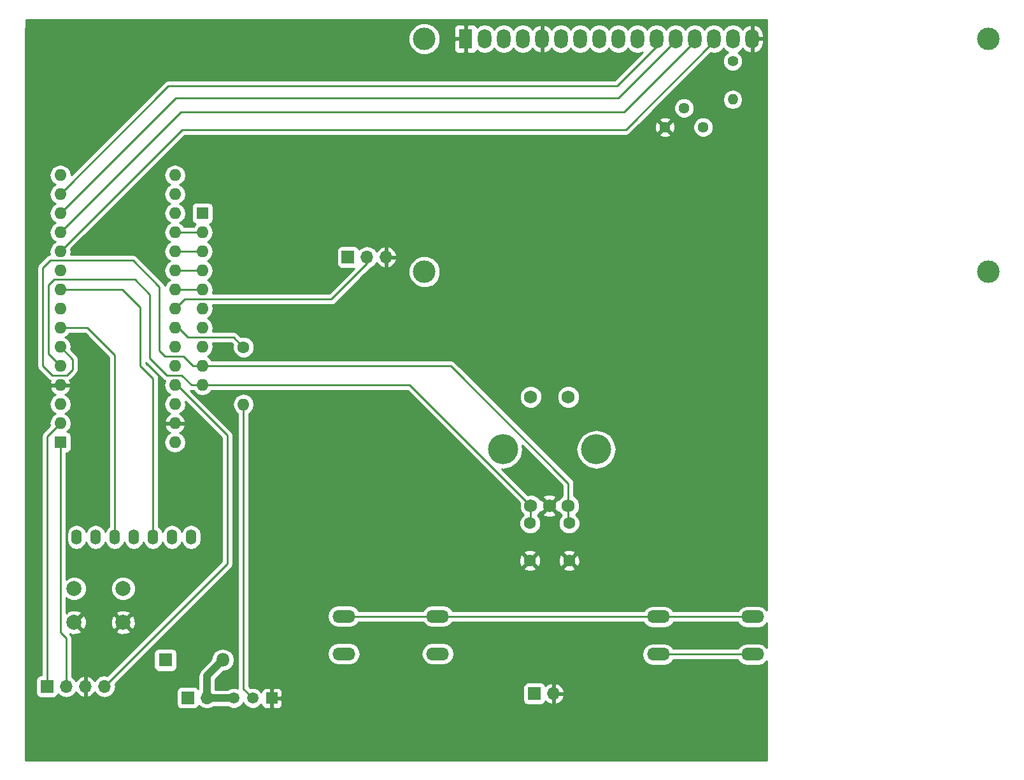
<source format=gbr>
G04 #@! TF.FileFunction,Copper,L1,Top,Signal*
%FSLAX46Y46*%
G04 Gerber Fmt 4.6, Leading zero omitted, Abs format (unit mm)*
G04 Created by KiCad (PCBNEW 4.0.7) date 12/06/18 02:32:05*
%MOMM*%
%LPD*%
G01*
G04 APERTURE LIST*
%ADD10C,0.100000*%
%ADD11O,3.048000X1.727200*%
%ADD12C,1.750000*%
%ADD13O,4.000000X4.000000*%
%ADD14O,1.400000X2.000000*%
%ADD15R,1.600000X1.600000*%
%ADD16O,1.600000X1.600000*%
%ADD17R,1.800000X2.600000*%
%ADD18O,1.800000X2.600000*%
%ADD19C,3.000000*%
%ADD20C,1.400000*%
%ADD21O,1.400000X1.400000*%
%ADD22C,2.000000*%
%ADD23C,1.440000*%
%ADD24R,1.700000X1.700000*%
%ADD25O,1.700000X1.700000*%
%ADD26C,1.600000*%
%ADD27R,1.800000X1.800000*%
%ADD28O,1.800000X1.800000*%
%ADD29C,1.520000*%
%ADD30R,1.520000X1.520000*%
%ADD31C,0.250000*%
%ADD32C,1.000000*%
%ADD33C,0.254000*%
G04 APERTURE END LIST*
D10*
D11*
X128387500Y-105664000D03*
X128387500Y-110664000D03*
X115887500Y-105664000D03*
X115887500Y-110664000D03*
X86541000Y-105600500D03*
X86541000Y-110600500D03*
X74041000Y-105600500D03*
X74041000Y-110600500D03*
D12*
X98900000Y-90900000D03*
X103900000Y-90900000D03*
X101400000Y-90900000D03*
X103900000Y-76400000D03*
X98900000Y-76400000D03*
D13*
X107600000Y-83400000D03*
X95200000Y-83400000D03*
D14*
X38530000Y-95050000D03*
X41070000Y-95050000D03*
X43610000Y-95050000D03*
X46150000Y-95050000D03*
X48690000Y-95050000D03*
X51230000Y-95050000D03*
X53770000Y-95050000D03*
D15*
X36350000Y-82450000D03*
D16*
X51590000Y-49430000D03*
X36350000Y-79910000D03*
X51590000Y-51970000D03*
X36350000Y-77370000D03*
X51590000Y-54510000D03*
X36350000Y-74830000D03*
X51590000Y-57050000D03*
X36350000Y-72290000D03*
X51590000Y-59590000D03*
X36350000Y-69750000D03*
X51590000Y-62130000D03*
X36350000Y-67210000D03*
X51590000Y-64670000D03*
X36350000Y-64670000D03*
X51590000Y-67210000D03*
X36350000Y-62130000D03*
X51590000Y-69750000D03*
X36350000Y-59590000D03*
X51590000Y-72290000D03*
X36350000Y-57050000D03*
X51590000Y-74830000D03*
X36350000Y-54510000D03*
X51590000Y-77370000D03*
X36350000Y-51970000D03*
X51590000Y-79910000D03*
X36350000Y-49430000D03*
X51590000Y-82450000D03*
X36350000Y-46890000D03*
X51590000Y-46890000D03*
D17*
X90250000Y-28750000D03*
D18*
X92790000Y-28750000D03*
X95330000Y-28750000D03*
X97870000Y-28750000D03*
X100410000Y-28750000D03*
X102950000Y-28750000D03*
X105490000Y-28750000D03*
X108030000Y-28750000D03*
X110570000Y-28750000D03*
X113110000Y-28750000D03*
X115650000Y-28750000D03*
X118190000Y-28750000D03*
X120730000Y-28750000D03*
X123270000Y-28750000D03*
X125810000Y-28750000D03*
X128350000Y-28750000D03*
D19*
X84750900Y-28750000D03*
X84750900Y-59750700D03*
X159749480Y-59750700D03*
X159750000Y-28750000D03*
D20*
X125750000Y-31750000D03*
D21*
X125750000Y-36830000D03*
D22*
X38200000Y-101900000D03*
X38200000Y-106400000D03*
X44700000Y-101900000D03*
X44700000Y-106400000D03*
D15*
X55250000Y-51950000D03*
D16*
X55250000Y-54490000D03*
X55250000Y-57030000D03*
X55250000Y-59570000D03*
X55250000Y-62110000D03*
X55250000Y-64650000D03*
X55250000Y-67190000D03*
X55250000Y-69730000D03*
X55250000Y-72270000D03*
X55250000Y-74810000D03*
D23*
X121830000Y-40500000D03*
X119290000Y-37960000D03*
X116750000Y-40500000D03*
D24*
X74600000Y-57800000D03*
D25*
X77140000Y-57800000D03*
X79680000Y-57800000D03*
D26*
X104000000Y-98200000D03*
X104000000Y-93200000D03*
X98800000Y-98200000D03*
X98800000Y-93200000D03*
D27*
X50323750Y-111410750D03*
D28*
X57943750Y-111410750D03*
D24*
X53308250Y-116427250D03*
D25*
X55848250Y-116427250D03*
D26*
X60706000Y-69786500D03*
D16*
X60706000Y-77406500D03*
D29*
X61944250Y-116490750D03*
X59404250Y-116490750D03*
D30*
X64484250Y-116490750D03*
D24*
X34607500Y-114935000D03*
D25*
X37147500Y-114935000D03*
X39687500Y-114935000D03*
X42227500Y-114935000D03*
D24*
X99377500Y-115887500D03*
D25*
X101917500Y-115887500D03*
D31*
X37147500Y-114935000D02*
X37147500Y-108521500D01*
X36350000Y-107724000D02*
X36350000Y-82450000D01*
X37147500Y-108521500D02*
X36350000Y-107724000D01*
X36590000Y-82690000D02*
X36350000Y-82450000D01*
X34607500Y-114935000D02*
X34607500Y-81652500D01*
X34607500Y-81652500D02*
X36350000Y-79910000D01*
X36350000Y-79910000D02*
X35723500Y-79910000D01*
X55250000Y-54490000D02*
X51610000Y-54490000D01*
X51610000Y-54490000D02*
X51590000Y-54510000D01*
X51590000Y-57050000D02*
X55230000Y-57050000D01*
X55230000Y-57050000D02*
X55250000Y-57030000D01*
X98900000Y-90900000D02*
X98900000Y-93100000D01*
X98900000Y-93100000D02*
X98800000Y-93200000D01*
X55250000Y-74810000D02*
X82810000Y-74810000D01*
X82810000Y-74810000D02*
X98900000Y-90900000D01*
X55250000Y-74810000D02*
X53810000Y-74810000D01*
X34750000Y-70690000D02*
X36350000Y-72290000D01*
X34750000Y-61500000D02*
X34750000Y-70690000D01*
X35500000Y-60750000D02*
X34750000Y-61500000D01*
X46250000Y-60750000D02*
X35500000Y-60750000D01*
X48250000Y-62750000D02*
X46250000Y-60750000D01*
X48250000Y-71250000D02*
X48250000Y-62750000D01*
X50500000Y-73500000D02*
X48250000Y-71250000D01*
X52500000Y-73500000D02*
X50500000Y-73500000D01*
X53810000Y-74810000D02*
X52500000Y-73500000D01*
X128387500Y-110664000D02*
X115887500Y-110664000D01*
X55250000Y-59570000D02*
X51610000Y-59570000D01*
X51610000Y-59570000D02*
X51590000Y-59590000D01*
X103900000Y-90900000D02*
X103900000Y-93100000D01*
X103900000Y-93100000D02*
X104000000Y-93200000D01*
X55250000Y-72270000D02*
X88270000Y-72270000D01*
X103900000Y-87900000D02*
X103900000Y-90900000D01*
X88270000Y-72270000D02*
X103900000Y-87900000D01*
X55250000Y-72270000D02*
X54020000Y-72270000D01*
X38000000Y-71400000D02*
X36350000Y-69750000D01*
X38000000Y-72750000D02*
X38000000Y-71400000D01*
X37250000Y-73500000D02*
X38000000Y-72750000D01*
X35250000Y-73500000D02*
X37250000Y-73500000D01*
X34000000Y-72250000D02*
X35250000Y-73500000D01*
X34000000Y-59250000D02*
X34000000Y-72250000D01*
X35000000Y-58250000D02*
X34000000Y-59250000D01*
X46000000Y-58250000D02*
X35000000Y-58250000D01*
X49500000Y-61750000D02*
X46000000Y-58250000D01*
X49500000Y-70250000D02*
X49500000Y-61750000D01*
X50250000Y-71000000D02*
X49500000Y-70250000D01*
X52750000Y-71000000D02*
X50250000Y-71000000D01*
X54020000Y-72270000D02*
X52750000Y-71000000D01*
X36350000Y-67210000D02*
X39960000Y-67210000D01*
X43610000Y-70860000D02*
X43610000Y-95050000D01*
X39960000Y-67210000D02*
X43610000Y-70860000D01*
X77140000Y-57800000D02*
X77140000Y-58660000D01*
X52860000Y-63400000D02*
X51590000Y-64670000D01*
X72400000Y-63400000D02*
X52860000Y-63400000D01*
X77140000Y-58660000D02*
X72400000Y-63400000D01*
X51590000Y-67210000D02*
X52033500Y-67210000D01*
X52033500Y-67210000D02*
X53276500Y-68453000D01*
X53276500Y-68453000D02*
X59372500Y-68453000D01*
X59372500Y-68453000D02*
X60706000Y-69786500D01*
X36350000Y-62130000D02*
X44630000Y-62130000D01*
X48690000Y-73940000D02*
X48690000Y-95050000D01*
X47000000Y-72250000D02*
X48690000Y-73940000D01*
X47000000Y-64500000D02*
X47000000Y-72250000D01*
X44630000Y-62130000D02*
X47000000Y-64500000D01*
X115800000Y-105600000D02*
X86500000Y-105600000D01*
X86500000Y-105600000D02*
X74000000Y-105600000D01*
X128300000Y-105600000D02*
X115800000Y-105600000D01*
X123270000Y-28750000D02*
X123270000Y-29130000D01*
X123270000Y-29130000D02*
X111550000Y-40850000D01*
X111550000Y-40850000D02*
X52550000Y-40850000D01*
X52550000Y-40850000D02*
X36350000Y-57050000D01*
X51590000Y-74830000D02*
X51843000Y-74830000D01*
X51843000Y-74830000D02*
X58547000Y-81534000D01*
X58547000Y-98615500D02*
X42227500Y-114935000D01*
X58547000Y-81534000D02*
X58547000Y-98615500D01*
X51590000Y-74830000D02*
X51779500Y-74830000D01*
X120730000Y-28750000D02*
X120730000Y-29070000D01*
X120730000Y-29070000D02*
X111350000Y-38450000D01*
X111350000Y-38450000D02*
X52410000Y-38450000D01*
X52410000Y-38450000D02*
X36350000Y-54510000D01*
X118190000Y-28750000D02*
X118190000Y-29010000D01*
X118190000Y-29010000D02*
X110550000Y-36650000D01*
X110550000Y-36650000D02*
X51670000Y-36650000D01*
X51670000Y-36650000D02*
X36350000Y-51970000D01*
X115650000Y-28750000D02*
X115650000Y-29750000D01*
X115650000Y-29750000D02*
X110350000Y-35050000D01*
X110350000Y-35050000D02*
X50730000Y-35050000D01*
X50730000Y-35050000D02*
X36350000Y-49430000D01*
X55250000Y-62110000D02*
X51610000Y-62110000D01*
X51610000Y-62110000D02*
X51590000Y-62130000D01*
D32*
X59404250Y-116490750D02*
X55911750Y-116490750D01*
X55911750Y-116490750D02*
X55848250Y-116427250D01*
X55848250Y-116427250D02*
X55848250Y-113506250D01*
X55848250Y-113506250D02*
X57943750Y-111410750D01*
D31*
X60706000Y-77406500D02*
X60706000Y-115252500D01*
X60706000Y-115252500D02*
X61944250Y-116490750D01*
D33*
G36*
X130290000Y-104814054D02*
X130149867Y-104604330D01*
X129663686Y-104279474D01*
X129090197Y-104165400D01*
X127684803Y-104165400D01*
X127111314Y-104279474D01*
X126625133Y-104604330D01*
X126467663Y-104840000D01*
X117807337Y-104840000D01*
X117649867Y-104604330D01*
X117163686Y-104279474D01*
X116590197Y-104165400D01*
X115184803Y-104165400D01*
X114611314Y-104279474D01*
X114125133Y-104604330D01*
X113967663Y-104840000D01*
X88503266Y-104840000D01*
X88303367Y-104540830D01*
X87817186Y-104215974D01*
X87243697Y-104101900D01*
X85838303Y-104101900D01*
X85264814Y-104215974D01*
X84778633Y-104540830D01*
X84578734Y-104840000D01*
X76003266Y-104840000D01*
X75803367Y-104540830D01*
X75317186Y-104215974D01*
X74743697Y-104101900D01*
X73338303Y-104101900D01*
X72764814Y-104215974D01*
X72278633Y-104540830D01*
X71953777Y-105027011D01*
X71839703Y-105600500D01*
X71953777Y-106173989D01*
X72278633Y-106660170D01*
X72764814Y-106985026D01*
X73338303Y-107099100D01*
X74743697Y-107099100D01*
X75317186Y-106985026D01*
X75803367Y-106660170D01*
X76003934Y-106360000D01*
X84578066Y-106360000D01*
X84778633Y-106660170D01*
X85264814Y-106985026D01*
X85838303Y-107099100D01*
X87243697Y-107099100D01*
X87817186Y-106985026D01*
X88303367Y-106660170D01*
X88503934Y-106360000D01*
X113882136Y-106360000D01*
X114125133Y-106723670D01*
X114611314Y-107048526D01*
X115184803Y-107162600D01*
X116590197Y-107162600D01*
X117163686Y-107048526D01*
X117649867Y-106723670D01*
X117892864Y-106360000D01*
X126382136Y-106360000D01*
X126625133Y-106723670D01*
X127111314Y-107048526D01*
X127684803Y-107162600D01*
X129090197Y-107162600D01*
X129663686Y-107048526D01*
X130149867Y-106723670D01*
X130290000Y-106513946D01*
X130290000Y-109814054D01*
X130149867Y-109604330D01*
X129663686Y-109279474D01*
X129090197Y-109165400D01*
X127684803Y-109165400D01*
X127111314Y-109279474D01*
X126625133Y-109604330D01*
X126424900Y-109904000D01*
X117850100Y-109904000D01*
X117649867Y-109604330D01*
X117163686Y-109279474D01*
X116590197Y-109165400D01*
X115184803Y-109165400D01*
X114611314Y-109279474D01*
X114125133Y-109604330D01*
X113800277Y-110090511D01*
X113686203Y-110664000D01*
X113800277Y-111237489D01*
X114125133Y-111723670D01*
X114611314Y-112048526D01*
X115184803Y-112162600D01*
X116590197Y-112162600D01*
X117163686Y-112048526D01*
X117649867Y-111723670D01*
X117850100Y-111424000D01*
X126424900Y-111424000D01*
X126625133Y-111723670D01*
X127111314Y-112048526D01*
X127684803Y-112162600D01*
X129090197Y-112162600D01*
X129663686Y-112048526D01*
X130149867Y-111723670D01*
X130290000Y-111513946D01*
X130290000Y-124790000D01*
X31710000Y-124790000D01*
X31710000Y-114085000D01*
X33110060Y-114085000D01*
X33110060Y-115785000D01*
X33154338Y-116020317D01*
X33293410Y-116236441D01*
X33505610Y-116381431D01*
X33757500Y-116432440D01*
X35457500Y-116432440D01*
X35692817Y-116388162D01*
X35908941Y-116249090D01*
X36053931Y-116036890D01*
X36067586Y-115969459D01*
X36097446Y-116014147D01*
X36579215Y-116336054D01*
X37147500Y-116449093D01*
X37715785Y-116336054D01*
X38197554Y-116014147D01*
X38425202Y-115673447D01*
X38492317Y-115816358D01*
X38920576Y-116206645D01*
X39330610Y-116376476D01*
X39560500Y-116255155D01*
X39560500Y-115062000D01*
X39540500Y-115062000D01*
X39540500Y-114808000D01*
X39560500Y-114808000D01*
X39560500Y-113614845D01*
X39330610Y-113493524D01*
X38920576Y-113663355D01*
X38492317Y-114053642D01*
X38425202Y-114196553D01*
X38197554Y-113855853D01*
X37907500Y-113662046D01*
X37907500Y-108521500D01*
X37849648Y-108230661D01*
X37849648Y-108230660D01*
X37684901Y-107984099D01*
X37635135Y-107934333D01*
X37935461Y-108045908D01*
X38585460Y-108021856D01*
X39074264Y-107819387D01*
X39172927Y-107552532D01*
X43727073Y-107552532D01*
X43825736Y-107819387D01*
X44435461Y-108045908D01*
X45085460Y-108021856D01*
X45574264Y-107819387D01*
X45672927Y-107552532D01*
X44700000Y-106579605D01*
X43727073Y-107552532D01*
X39172927Y-107552532D01*
X38200000Y-106579605D01*
X38185858Y-106593748D01*
X38006253Y-106414143D01*
X38020395Y-106400000D01*
X38379605Y-106400000D01*
X39352532Y-107372927D01*
X39619387Y-107274264D01*
X39845908Y-106664539D01*
X39826331Y-106135461D01*
X43054092Y-106135461D01*
X43078144Y-106785460D01*
X43280613Y-107274264D01*
X43547468Y-107372927D01*
X44520395Y-106400000D01*
X44879605Y-106400000D01*
X45852532Y-107372927D01*
X46119387Y-107274264D01*
X46345908Y-106664539D01*
X46321856Y-106014540D01*
X46119387Y-105525736D01*
X45852532Y-105427073D01*
X44879605Y-106400000D01*
X44520395Y-106400000D01*
X43547468Y-105427073D01*
X43280613Y-105525736D01*
X43054092Y-106135461D01*
X39826331Y-106135461D01*
X39821856Y-106014540D01*
X39619387Y-105525736D01*
X39352532Y-105427073D01*
X38379605Y-106400000D01*
X38020395Y-106400000D01*
X38006253Y-106385858D01*
X38185858Y-106206253D01*
X38200000Y-106220395D01*
X39172927Y-105247468D01*
X43727073Y-105247468D01*
X44700000Y-106220395D01*
X45672927Y-105247468D01*
X45574264Y-104980613D01*
X44964539Y-104754092D01*
X44314540Y-104778144D01*
X43825736Y-104980613D01*
X43727073Y-105247468D01*
X39172927Y-105247468D01*
X39074264Y-104980613D01*
X38464539Y-104754092D01*
X37814540Y-104778144D01*
X37325736Y-104980613D01*
X37227074Y-105247466D01*
X37112794Y-105133186D01*
X37110000Y-105135980D01*
X37110000Y-103122356D01*
X37272637Y-103285278D01*
X37873352Y-103534716D01*
X38523795Y-103535284D01*
X39124943Y-103286894D01*
X39585278Y-102827363D01*
X39834716Y-102226648D01*
X39834718Y-102223795D01*
X43064716Y-102223795D01*
X43313106Y-102824943D01*
X43772637Y-103285278D01*
X44373352Y-103534716D01*
X45023795Y-103535284D01*
X45624943Y-103286894D01*
X46085278Y-102827363D01*
X46334716Y-102226648D01*
X46335284Y-101576205D01*
X46086894Y-100975057D01*
X45627363Y-100514722D01*
X45026648Y-100265284D01*
X44376205Y-100264716D01*
X43775057Y-100513106D01*
X43314722Y-100972637D01*
X43065284Y-101573352D01*
X43064716Y-102223795D01*
X39834718Y-102223795D01*
X39835284Y-101576205D01*
X39586894Y-100975057D01*
X39127363Y-100514722D01*
X38526648Y-100265284D01*
X37876205Y-100264716D01*
X37275057Y-100513106D01*
X37110000Y-100677875D01*
X37110000Y-83897440D01*
X37150000Y-83897440D01*
X37385317Y-83853162D01*
X37601441Y-83714090D01*
X37746431Y-83501890D01*
X37797440Y-83250000D01*
X37797440Y-81650000D01*
X37753162Y-81414683D01*
X37614090Y-81198559D01*
X37401890Y-81053569D01*
X37246911Y-81022185D01*
X37392811Y-80924698D01*
X37703880Y-80459151D01*
X37813113Y-79910000D01*
X37703880Y-79360849D01*
X37392811Y-78895302D01*
X37010725Y-78640000D01*
X37392811Y-78384698D01*
X37703880Y-77919151D01*
X37813113Y-77370000D01*
X37703880Y-76820849D01*
X37392811Y-76355302D01*
X36988297Y-76085014D01*
X37205134Y-75982389D01*
X37581041Y-75567423D01*
X37741904Y-75179039D01*
X37619915Y-74957000D01*
X36477000Y-74957000D01*
X36477000Y-74977000D01*
X36223000Y-74977000D01*
X36223000Y-74957000D01*
X35080085Y-74957000D01*
X34958096Y-75179039D01*
X35118959Y-75567423D01*
X35494866Y-75982389D01*
X35711703Y-76085014D01*
X35307189Y-76355302D01*
X34996120Y-76820849D01*
X34886887Y-77370000D01*
X34996120Y-77919151D01*
X35307189Y-78384698D01*
X35689275Y-78640000D01*
X35307189Y-78895302D01*
X34996120Y-79360849D01*
X34886887Y-79910000D01*
X34951312Y-80233886D01*
X34070099Y-81115099D01*
X33905352Y-81361661D01*
X33847500Y-81652500D01*
X33847500Y-113437560D01*
X33757500Y-113437560D01*
X33522183Y-113481838D01*
X33306059Y-113620910D01*
X33161069Y-113833110D01*
X33110060Y-114085000D01*
X31710000Y-114085000D01*
X31710000Y-59250000D01*
X33240000Y-59250000D01*
X33240000Y-72250000D01*
X33297852Y-72540839D01*
X33462599Y-72787401D01*
X34712599Y-74037401D01*
X34959161Y-74202148D01*
X35064867Y-74223175D01*
X34958096Y-74480961D01*
X35080085Y-74703000D01*
X36223000Y-74703000D01*
X36223000Y-74683000D01*
X36477000Y-74683000D01*
X36477000Y-74703000D01*
X37619915Y-74703000D01*
X37741904Y-74480961D01*
X37607872Y-74157358D01*
X37787401Y-74037401D01*
X38537401Y-73287401D01*
X38702148Y-73040840D01*
X38760000Y-72750000D01*
X38760000Y-71400000D01*
X38725668Y-71227401D01*
X38702148Y-71109160D01*
X38537401Y-70862599D01*
X37748688Y-70073886D01*
X37813113Y-69750000D01*
X37703880Y-69200849D01*
X37392811Y-68735302D01*
X37010725Y-68480000D01*
X37392811Y-68224698D01*
X37562995Y-67970000D01*
X39645198Y-67970000D01*
X42850000Y-71174803D01*
X42850000Y-93651044D01*
X42666012Y-93773980D01*
X42376621Y-94207086D01*
X42340000Y-94391192D01*
X42303379Y-94207086D01*
X42013988Y-93773980D01*
X41580882Y-93484589D01*
X41070000Y-93382968D01*
X40559118Y-93484589D01*
X40126012Y-93773980D01*
X39836621Y-94207086D01*
X39800000Y-94391192D01*
X39763379Y-94207086D01*
X39473988Y-93773980D01*
X39040882Y-93484589D01*
X38530000Y-93382968D01*
X38019118Y-93484589D01*
X37586012Y-93773980D01*
X37296621Y-94207086D01*
X37195000Y-94717968D01*
X37195000Y-95382032D01*
X37296621Y-95892914D01*
X37586012Y-96326020D01*
X38019118Y-96615411D01*
X38530000Y-96717032D01*
X39040882Y-96615411D01*
X39473988Y-96326020D01*
X39763379Y-95892914D01*
X39800000Y-95708808D01*
X39836621Y-95892914D01*
X40126012Y-96326020D01*
X40559118Y-96615411D01*
X41070000Y-96717032D01*
X41580882Y-96615411D01*
X42013988Y-96326020D01*
X42303379Y-95892914D01*
X42340000Y-95708808D01*
X42376621Y-95892914D01*
X42666012Y-96326020D01*
X43099118Y-96615411D01*
X43610000Y-96717032D01*
X44120882Y-96615411D01*
X44553988Y-96326020D01*
X44843379Y-95892914D01*
X44880000Y-95708808D01*
X44916621Y-95892914D01*
X45206012Y-96326020D01*
X45639118Y-96615411D01*
X46150000Y-96717032D01*
X46660882Y-96615411D01*
X47093988Y-96326020D01*
X47383379Y-95892914D01*
X47420000Y-95708808D01*
X47456621Y-95892914D01*
X47746012Y-96326020D01*
X48179118Y-96615411D01*
X48690000Y-96717032D01*
X49200882Y-96615411D01*
X49633988Y-96326020D01*
X49923379Y-95892914D01*
X49960000Y-95708808D01*
X49996621Y-95892914D01*
X50286012Y-96326020D01*
X50719118Y-96615411D01*
X51230000Y-96717032D01*
X51740882Y-96615411D01*
X52173988Y-96326020D01*
X52463379Y-95892914D01*
X52500000Y-95708808D01*
X52536621Y-95892914D01*
X52826012Y-96326020D01*
X53259118Y-96615411D01*
X53770000Y-96717032D01*
X54280882Y-96615411D01*
X54713988Y-96326020D01*
X55003379Y-95892914D01*
X55105000Y-95382032D01*
X55105000Y-94717968D01*
X55003379Y-94207086D01*
X54713988Y-93773980D01*
X54280882Y-93484589D01*
X53770000Y-93382968D01*
X53259118Y-93484589D01*
X52826012Y-93773980D01*
X52536621Y-94207086D01*
X52500000Y-94391192D01*
X52463379Y-94207086D01*
X52173988Y-93773980D01*
X51740882Y-93484589D01*
X51230000Y-93382968D01*
X50719118Y-93484589D01*
X50286012Y-93773980D01*
X49996621Y-94207086D01*
X49960000Y-94391192D01*
X49923379Y-94207086D01*
X49633988Y-93773980D01*
X49450000Y-93651044D01*
X49450000Y-82450000D01*
X50126887Y-82450000D01*
X50236120Y-82999151D01*
X50547189Y-83464698D01*
X51012736Y-83775767D01*
X51561887Y-83885000D01*
X51618113Y-83885000D01*
X52167264Y-83775767D01*
X52632811Y-83464698D01*
X52943880Y-82999151D01*
X53053113Y-82450000D01*
X52943880Y-81900849D01*
X52632811Y-81435302D01*
X52228297Y-81165014D01*
X52445134Y-81062389D01*
X52821041Y-80647423D01*
X52981904Y-80259039D01*
X52859915Y-80037000D01*
X51717000Y-80037000D01*
X51717000Y-80057000D01*
X51463000Y-80057000D01*
X51463000Y-80037000D01*
X50320085Y-80037000D01*
X50198096Y-80259039D01*
X50358959Y-80647423D01*
X50734866Y-81062389D01*
X50951703Y-81165014D01*
X50547189Y-81435302D01*
X50236120Y-81900849D01*
X50126887Y-82450000D01*
X49450000Y-82450000D01*
X49450000Y-73940000D01*
X49392148Y-73649161D01*
X49227401Y-73402599D01*
X47760000Y-71935198D01*
X47760000Y-71834802D01*
X49962599Y-74037401D01*
X50209161Y-74202148D01*
X50279374Y-74216114D01*
X50236120Y-74280849D01*
X50126887Y-74830000D01*
X50236120Y-75379151D01*
X50547189Y-75844698D01*
X50929275Y-76100000D01*
X50547189Y-76355302D01*
X50236120Y-76820849D01*
X50126887Y-77370000D01*
X50236120Y-77919151D01*
X50547189Y-78384698D01*
X50951703Y-78654986D01*
X50734866Y-78757611D01*
X50358959Y-79172577D01*
X50198096Y-79560961D01*
X50320085Y-79783000D01*
X51463000Y-79783000D01*
X51463000Y-79763000D01*
X51717000Y-79763000D01*
X51717000Y-79783000D01*
X52859915Y-79783000D01*
X52981904Y-79560961D01*
X52821041Y-79172577D01*
X52445134Y-78757611D01*
X52228297Y-78654986D01*
X52632811Y-78384698D01*
X52943880Y-77919151D01*
X53053113Y-77370000D01*
X52989775Y-77051577D01*
X57787000Y-81848802D01*
X57787000Y-98300698D01*
X42593908Y-113493790D01*
X42227500Y-113420907D01*
X41659215Y-113533946D01*
X41177446Y-113855853D01*
X40949798Y-114196553D01*
X40882683Y-114053642D01*
X40454424Y-113663355D01*
X40044390Y-113493524D01*
X39814500Y-113614845D01*
X39814500Y-114808000D01*
X39834500Y-114808000D01*
X39834500Y-115062000D01*
X39814500Y-115062000D01*
X39814500Y-116255155D01*
X40044390Y-116376476D01*
X40454424Y-116206645D01*
X40882683Y-115816358D01*
X40949798Y-115673447D01*
X41177446Y-116014147D01*
X41659215Y-116336054D01*
X42227500Y-116449093D01*
X42795785Y-116336054D01*
X43277554Y-116014147D01*
X43569478Y-115577250D01*
X51810810Y-115577250D01*
X51810810Y-117277250D01*
X51855088Y-117512567D01*
X51994160Y-117728691D01*
X52206360Y-117873681D01*
X52458250Y-117924690D01*
X54158250Y-117924690D01*
X54393567Y-117880412D01*
X54609691Y-117741340D01*
X54754681Y-117529140D01*
X54768336Y-117461709D01*
X54798196Y-117506397D01*
X55279965Y-117828304D01*
X55848250Y-117941343D01*
X56416535Y-117828304D01*
X56719679Y-117625750D01*
X58566162Y-117625750D01*
X58613014Y-117672684D01*
X59125550Y-117885508D01*
X59680515Y-117885992D01*
X60193422Y-117674063D01*
X60586184Y-117281986D01*
X60674204Y-117070012D01*
X60760937Y-117279922D01*
X61153014Y-117672684D01*
X61665550Y-117885508D01*
X62220515Y-117885992D01*
X62733422Y-117674063D01*
X63089250Y-117318856D01*
X63089250Y-117377059D01*
X63185923Y-117610448D01*
X63364551Y-117789077D01*
X63597940Y-117885750D01*
X64198500Y-117885750D01*
X64357250Y-117727000D01*
X64357250Y-116617750D01*
X64611250Y-116617750D01*
X64611250Y-117727000D01*
X64770000Y-117885750D01*
X65370560Y-117885750D01*
X65603949Y-117789077D01*
X65782577Y-117610448D01*
X65879250Y-117377059D01*
X65879250Y-116776500D01*
X65720500Y-116617750D01*
X64611250Y-116617750D01*
X64357250Y-116617750D01*
X64337250Y-116617750D01*
X64337250Y-116363750D01*
X64357250Y-116363750D01*
X64357250Y-115254500D01*
X64611250Y-115254500D01*
X64611250Y-116363750D01*
X65720500Y-116363750D01*
X65879250Y-116205000D01*
X65879250Y-115604441D01*
X65782577Y-115371052D01*
X65603949Y-115192423D01*
X65370560Y-115095750D01*
X64770000Y-115095750D01*
X64611250Y-115254500D01*
X64357250Y-115254500D01*
X64198500Y-115095750D01*
X63597940Y-115095750D01*
X63364551Y-115192423D01*
X63185923Y-115371052D01*
X63089250Y-115604441D01*
X63089250Y-115663198D01*
X62735486Y-115308816D01*
X62222950Y-115095992D01*
X61667985Y-115095508D01*
X61636726Y-115108424D01*
X61565802Y-115037500D01*
X97880060Y-115037500D01*
X97880060Y-116737500D01*
X97924338Y-116972817D01*
X98063410Y-117188941D01*
X98275610Y-117333931D01*
X98527500Y-117384940D01*
X100227500Y-117384940D01*
X100462817Y-117340662D01*
X100678941Y-117201590D01*
X100823931Y-116989390D01*
X100845801Y-116881393D01*
X101150576Y-117159145D01*
X101560610Y-117328976D01*
X101790500Y-117207655D01*
X101790500Y-116014500D01*
X102044500Y-116014500D01*
X102044500Y-117207655D01*
X102274390Y-117328976D01*
X102684424Y-117159145D01*
X103112683Y-116768858D01*
X103358986Y-116244392D01*
X103238319Y-116014500D01*
X102044500Y-116014500D01*
X101790500Y-116014500D01*
X101770500Y-116014500D01*
X101770500Y-115760500D01*
X101790500Y-115760500D01*
X101790500Y-114567345D01*
X102044500Y-114567345D01*
X102044500Y-115760500D01*
X103238319Y-115760500D01*
X103358986Y-115530608D01*
X103112683Y-115006142D01*
X102684424Y-114615855D01*
X102274390Y-114446024D01*
X102044500Y-114567345D01*
X101790500Y-114567345D01*
X101560610Y-114446024D01*
X101150576Y-114615855D01*
X100847563Y-114892001D01*
X100830662Y-114802183D01*
X100691590Y-114586059D01*
X100479390Y-114441069D01*
X100227500Y-114390060D01*
X98527500Y-114390060D01*
X98292183Y-114434338D01*
X98076059Y-114573410D01*
X97931069Y-114785610D01*
X97880060Y-115037500D01*
X61565802Y-115037500D01*
X61466000Y-114937698D01*
X61466000Y-110600500D01*
X71839703Y-110600500D01*
X71953777Y-111173989D01*
X72278633Y-111660170D01*
X72764814Y-111985026D01*
X73338303Y-112099100D01*
X74743697Y-112099100D01*
X75317186Y-111985026D01*
X75803367Y-111660170D01*
X76128223Y-111173989D01*
X76242297Y-110600500D01*
X84339703Y-110600500D01*
X84453777Y-111173989D01*
X84778633Y-111660170D01*
X85264814Y-111985026D01*
X85838303Y-112099100D01*
X87243697Y-112099100D01*
X87817186Y-111985026D01*
X88303367Y-111660170D01*
X88628223Y-111173989D01*
X88742297Y-110600500D01*
X88628223Y-110027011D01*
X88303367Y-109540830D01*
X87817186Y-109215974D01*
X87243697Y-109101900D01*
X85838303Y-109101900D01*
X85264814Y-109215974D01*
X84778633Y-109540830D01*
X84453777Y-110027011D01*
X84339703Y-110600500D01*
X76242297Y-110600500D01*
X76128223Y-110027011D01*
X75803367Y-109540830D01*
X75317186Y-109215974D01*
X74743697Y-109101900D01*
X73338303Y-109101900D01*
X72764814Y-109215974D01*
X72278633Y-109540830D01*
X71953777Y-110027011D01*
X71839703Y-110600500D01*
X61466000Y-110600500D01*
X61466000Y-99207745D01*
X97971861Y-99207745D01*
X98045995Y-99453864D01*
X98583223Y-99646965D01*
X99153454Y-99619778D01*
X99554005Y-99453864D01*
X99628139Y-99207745D01*
X103171861Y-99207745D01*
X103245995Y-99453864D01*
X103783223Y-99646965D01*
X104353454Y-99619778D01*
X104754005Y-99453864D01*
X104828139Y-99207745D01*
X104000000Y-98379605D01*
X103171861Y-99207745D01*
X99628139Y-99207745D01*
X98800000Y-98379605D01*
X97971861Y-99207745D01*
X61466000Y-99207745D01*
X61466000Y-97983223D01*
X97353035Y-97983223D01*
X97380222Y-98553454D01*
X97546136Y-98954005D01*
X97792255Y-99028139D01*
X98620395Y-98200000D01*
X98979605Y-98200000D01*
X99807745Y-99028139D01*
X100053864Y-98954005D01*
X100246965Y-98416777D01*
X100226295Y-97983223D01*
X102553035Y-97983223D01*
X102580222Y-98553454D01*
X102746136Y-98954005D01*
X102992255Y-99028139D01*
X103820395Y-98200000D01*
X104179605Y-98200000D01*
X105007745Y-99028139D01*
X105253864Y-98954005D01*
X105446965Y-98416777D01*
X105419778Y-97846546D01*
X105253864Y-97445995D01*
X105007745Y-97371861D01*
X104179605Y-98200000D01*
X103820395Y-98200000D01*
X102992255Y-97371861D01*
X102746136Y-97445995D01*
X102553035Y-97983223D01*
X100226295Y-97983223D01*
X100219778Y-97846546D01*
X100053864Y-97445995D01*
X99807745Y-97371861D01*
X98979605Y-98200000D01*
X98620395Y-98200000D01*
X97792255Y-97371861D01*
X97546136Y-97445995D01*
X97353035Y-97983223D01*
X61466000Y-97983223D01*
X61466000Y-97192255D01*
X97971861Y-97192255D01*
X98800000Y-98020395D01*
X99628139Y-97192255D01*
X103171861Y-97192255D01*
X104000000Y-98020395D01*
X104828139Y-97192255D01*
X104754005Y-96946136D01*
X104216777Y-96753035D01*
X103646546Y-96780222D01*
X103245995Y-96946136D01*
X103171861Y-97192255D01*
X99628139Y-97192255D01*
X99554005Y-96946136D01*
X99016777Y-96753035D01*
X98446546Y-96780222D01*
X98045995Y-96946136D01*
X97971861Y-97192255D01*
X61466000Y-97192255D01*
X61466000Y-78619495D01*
X61720698Y-78449311D01*
X62031767Y-77983764D01*
X62141000Y-77434613D01*
X62141000Y-77378387D01*
X62031767Y-76829236D01*
X61720698Y-76363689D01*
X61255151Y-76052620D01*
X60706000Y-75943387D01*
X60156849Y-76052620D01*
X59691302Y-76363689D01*
X59380233Y-76829236D01*
X59271000Y-77378387D01*
X59271000Y-77434613D01*
X59380233Y-77983764D01*
X59691302Y-78449311D01*
X59946000Y-78619495D01*
X59946000Y-115205220D01*
X59682950Y-115095992D01*
X59127985Y-115095508D01*
X58615078Y-115307437D01*
X58566681Y-115355750D01*
X56983250Y-115355750D01*
X56983250Y-113976382D01*
X58023830Y-112935803D01*
X58561241Y-112828905D01*
X59059231Y-112496159D01*
X59391977Y-111998169D01*
X59508822Y-111410750D01*
X59391977Y-110823331D01*
X59059231Y-110325341D01*
X58561241Y-109992595D01*
X57973822Y-109875750D01*
X57913678Y-109875750D01*
X57326259Y-109992595D01*
X56828269Y-110325341D01*
X56495523Y-110823331D01*
X56388625Y-111360742D01*
X55045684Y-112703684D01*
X54799647Y-113071904D01*
X54713250Y-113506250D01*
X54713250Y-115267087D01*
X54622340Y-115125809D01*
X54410140Y-114980819D01*
X54158250Y-114929810D01*
X52458250Y-114929810D01*
X52222933Y-114974088D01*
X52006809Y-115113160D01*
X51861819Y-115325360D01*
X51810810Y-115577250D01*
X43569478Y-115577250D01*
X43599461Y-115532378D01*
X43712500Y-114964093D01*
X43712500Y-114905907D01*
X43649271Y-114588031D01*
X47726552Y-110510750D01*
X48776310Y-110510750D01*
X48776310Y-112310750D01*
X48820588Y-112546067D01*
X48959660Y-112762191D01*
X49171860Y-112907181D01*
X49423750Y-112958190D01*
X51223750Y-112958190D01*
X51459067Y-112913912D01*
X51675191Y-112774840D01*
X51820181Y-112562640D01*
X51871190Y-112310750D01*
X51871190Y-110510750D01*
X51826912Y-110275433D01*
X51687840Y-110059309D01*
X51475640Y-109914319D01*
X51223750Y-109863310D01*
X49423750Y-109863310D01*
X49188433Y-109907588D01*
X48972309Y-110046660D01*
X48827319Y-110258860D01*
X48776310Y-110510750D01*
X47726552Y-110510750D01*
X59084401Y-99152901D01*
X59249148Y-98906340D01*
X59307000Y-98615500D01*
X59307000Y-81534000D01*
X59249148Y-81243161D01*
X59084401Y-80996599D01*
X53620010Y-75532208D01*
X53810000Y-75570000D01*
X54046333Y-75570000D01*
X54235302Y-75852811D01*
X54700849Y-76163880D01*
X55250000Y-76273113D01*
X55799151Y-76163880D01*
X56264698Y-75852811D01*
X56453667Y-75570000D01*
X82495198Y-75570000D01*
X97429361Y-90504163D01*
X97390262Y-90598325D01*
X97389738Y-91199040D01*
X97619138Y-91754229D01*
X97917611Y-92053223D01*
X97584176Y-92386077D01*
X97365250Y-92913309D01*
X97364752Y-93484187D01*
X97582757Y-94011800D01*
X97986077Y-94415824D01*
X98513309Y-94634750D01*
X99084187Y-94635248D01*
X99611800Y-94417243D01*
X100015824Y-94013923D01*
X100234750Y-93486691D01*
X100235248Y-92915813D01*
X100017243Y-92388200D01*
X99782297Y-92152843D01*
X99973413Y-91962060D01*
X100517545Y-91962060D01*
X100600884Y-92215953D01*
X101165306Y-92421590D01*
X101765458Y-92395579D01*
X102199116Y-92215953D01*
X102282455Y-91962060D01*
X101400000Y-91079605D01*
X100517545Y-91962060D01*
X99973413Y-91962060D01*
X100179370Y-91756463D01*
X100188892Y-91733531D01*
X100337940Y-91782455D01*
X101220395Y-90900000D01*
X100337940Y-90017545D01*
X100189352Y-90066318D01*
X100180862Y-90045771D01*
X99973394Y-89837940D01*
X100517545Y-89837940D01*
X101400000Y-90720395D01*
X102282455Y-89837940D01*
X102199116Y-89584047D01*
X101634694Y-89378410D01*
X101034542Y-89404421D01*
X100600884Y-89584047D01*
X100517545Y-89837940D01*
X99973394Y-89837940D01*
X99756463Y-89620630D01*
X99201675Y-89390262D01*
X98600960Y-89389738D01*
X98504427Y-89429625D01*
X95100224Y-86025422D01*
X95148377Y-86035000D01*
X95251623Y-86035000D01*
X96259994Y-85834423D01*
X97114849Y-85263226D01*
X97686046Y-84408371D01*
X97886623Y-83400000D01*
X97777724Y-82852526D01*
X103140000Y-88214802D01*
X103140000Y-89580203D01*
X103045771Y-89619138D01*
X102620630Y-90043537D01*
X102611108Y-90066469D01*
X102462060Y-90017545D01*
X101579605Y-90900000D01*
X102462060Y-91782455D01*
X102610648Y-91733682D01*
X102619138Y-91754229D01*
X103017436Y-92153223D01*
X102784176Y-92386077D01*
X102565250Y-92913309D01*
X102564752Y-93484187D01*
X102782757Y-94011800D01*
X103186077Y-94415824D01*
X103713309Y-94634750D01*
X104284187Y-94635248D01*
X104811800Y-94417243D01*
X105215824Y-94013923D01*
X105434750Y-93486691D01*
X105435248Y-92915813D01*
X105217243Y-92388200D01*
X104882471Y-92052844D01*
X105179370Y-91756463D01*
X105409738Y-91201675D01*
X105410262Y-90600960D01*
X105180862Y-90045771D01*
X104756463Y-89620630D01*
X104660000Y-89580575D01*
X104660000Y-87900000D01*
X104602148Y-87609161D01*
X104437401Y-87362599D01*
X100474802Y-83400000D01*
X104913377Y-83400000D01*
X105113954Y-84408371D01*
X105685151Y-85263226D01*
X106540006Y-85834423D01*
X107548377Y-86035000D01*
X107651623Y-86035000D01*
X108659994Y-85834423D01*
X109514849Y-85263226D01*
X110086046Y-84408371D01*
X110286623Y-83400000D01*
X110086046Y-82391629D01*
X109514849Y-81536774D01*
X108659994Y-80965577D01*
X107651623Y-80765000D01*
X107548377Y-80765000D01*
X106540006Y-80965577D01*
X105685151Y-81536774D01*
X105113954Y-82391629D01*
X104913377Y-83400000D01*
X100474802Y-83400000D01*
X93773842Y-76699040D01*
X97389738Y-76699040D01*
X97619138Y-77254229D01*
X98043537Y-77679370D01*
X98598325Y-77909738D01*
X99199040Y-77910262D01*
X99754229Y-77680862D01*
X100179370Y-77256463D01*
X100409738Y-76701675D01*
X100409740Y-76699040D01*
X102389738Y-76699040D01*
X102619138Y-77254229D01*
X103043537Y-77679370D01*
X103598325Y-77909738D01*
X104199040Y-77910262D01*
X104754229Y-77680862D01*
X105179370Y-77256463D01*
X105409738Y-76701675D01*
X105410262Y-76100960D01*
X105180862Y-75545771D01*
X104756463Y-75120630D01*
X104201675Y-74890262D01*
X103600960Y-74889738D01*
X103045771Y-75119138D01*
X102620630Y-75543537D01*
X102390262Y-76098325D01*
X102389738Y-76699040D01*
X100409740Y-76699040D01*
X100410262Y-76100960D01*
X100180862Y-75545771D01*
X99756463Y-75120630D01*
X99201675Y-74890262D01*
X98600960Y-74889738D01*
X98045771Y-75119138D01*
X97620630Y-75543537D01*
X97390262Y-76098325D01*
X97389738Y-76699040D01*
X93773842Y-76699040D01*
X88807401Y-71732599D01*
X88560839Y-71567852D01*
X88270000Y-71510000D01*
X56453667Y-71510000D01*
X56264698Y-71227189D01*
X55924686Y-71000000D01*
X56264698Y-70772811D01*
X56575767Y-70307264D01*
X56685000Y-69758113D01*
X56685000Y-69701887D01*
X56587754Y-69213000D01*
X59057698Y-69213000D01*
X59292744Y-69448046D01*
X59271250Y-69499809D01*
X59270752Y-70070687D01*
X59488757Y-70598300D01*
X59892077Y-71002324D01*
X60419309Y-71221250D01*
X60990187Y-71221748D01*
X61517800Y-71003743D01*
X61921824Y-70600423D01*
X62140750Y-70073191D01*
X62141248Y-69502313D01*
X61923243Y-68974700D01*
X61519923Y-68570676D01*
X60992691Y-68351750D01*
X60421813Y-68351252D01*
X60367851Y-68373549D01*
X59909901Y-67915599D01*
X59663339Y-67750852D01*
X59372500Y-67693000D01*
X56590539Y-67693000D01*
X56685000Y-67218113D01*
X56685000Y-67161887D01*
X56575767Y-66612736D01*
X56264698Y-66147189D01*
X55924686Y-65920000D01*
X56264698Y-65692811D01*
X56575767Y-65227264D01*
X56685000Y-64678113D01*
X56685000Y-64621887D01*
X56593125Y-64160000D01*
X72400000Y-64160000D01*
X72690839Y-64102148D01*
X72937401Y-63937401D01*
X76701287Y-60173515D01*
X82615530Y-60173515D01*
X82939880Y-60958500D01*
X83539941Y-61559609D01*
X84324359Y-61885328D01*
X85173715Y-61886070D01*
X85958700Y-61561720D01*
X86559809Y-60961659D01*
X86885528Y-60177241D01*
X86886270Y-59327885D01*
X86561920Y-58542900D01*
X85961859Y-57941791D01*
X85177441Y-57616072D01*
X84328085Y-57615330D01*
X83543100Y-57939680D01*
X82941991Y-58539741D01*
X82616272Y-59324159D01*
X82615530Y-60173515D01*
X76701287Y-60173515D01*
X77665172Y-59209630D01*
X77708285Y-59201054D01*
X78190054Y-58879147D01*
X78417702Y-58538447D01*
X78484817Y-58681358D01*
X78913076Y-59071645D01*
X79323110Y-59241476D01*
X79553000Y-59120155D01*
X79553000Y-57927000D01*
X79807000Y-57927000D01*
X79807000Y-59120155D01*
X80036890Y-59241476D01*
X80446924Y-59071645D01*
X80875183Y-58681358D01*
X81121486Y-58156892D01*
X81000819Y-57927000D01*
X79807000Y-57927000D01*
X79553000Y-57927000D01*
X79533000Y-57927000D01*
X79533000Y-57673000D01*
X79553000Y-57673000D01*
X79553000Y-56479845D01*
X79807000Y-56479845D01*
X79807000Y-57673000D01*
X81000819Y-57673000D01*
X81121486Y-57443108D01*
X80875183Y-56918642D01*
X80446924Y-56528355D01*
X80036890Y-56358524D01*
X79807000Y-56479845D01*
X79553000Y-56479845D01*
X79323110Y-56358524D01*
X78913076Y-56528355D01*
X78484817Y-56918642D01*
X78417702Y-57061553D01*
X78190054Y-56720853D01*
X77708285Y-56398946D01*
X77140000Y-56285907D01*
X76571715Y-56398946D01*
X76089946Y-56720853D01*
X76062150Y-56762452D01*
X76053162Y-56714683D01*
X75914090Y-56498559D01*
X75701890Y-56353569D01*
X75450000Y-56302560D01*
X73750000Y-56302560D01*
X73514683Y-56346838D01*
X73298559Y-56485910D01*
X73153569Y-56698110D01*
X73102560Y-56950000D01*
X73102560Y-58650000D01*
X73146838Y-58885317D01*
X73285910Y-59101441D01*
X73498110Y-59246431D01*
X73750000Y-59297440D01*
X75427758Y-59297440D01*
X72085198Y-62640000D01*
X56585168Y-62640000D01*
X56685000Y-62138113D01*
X56685000Y-62081887D01*
X56575767Y-61532736D01*
X56264698Y-61067189D01*
X55924686Y-60840000D01*
X56264698Y-60612811D01*
X56575767Y-60147264D01*
X56685000Y-59598113D01*
X56685000Y-59541887D01*
X56575767Y-58992736D01*
X56264698Y-58527189D01*
X55924686Y-58300000D01*
X56264698Y-58072811D01*
X56575767Y-57607264D01*
X56685000Y-57058113D01*
X56685000Y-57001887D01*
X56575767Y-56452736D01*
X56264698Y-55987189D01*
X55924686Y-55760000D01*
X56264698Y-55532811D01*
X56575767Y-55067264D01*
X56685000Y-54518113D01*
X56685000Y-54461887D01*
X56575767Y-53912736D01*
X56264698Y-53447189D01*
X56159428Y-53376850D01*
X56285317Y-53353162D01*
X56501441Y-53214090D01*
X56646431Y-53001890D01*
X56697440Y-52750000D01*
X56697440Y-51150000D01*
X56653162Y-50914683D01*
X56514090Y-50698559D01*
X56301890Y-50553569D01*
X56050000Y-50502560D01*
X54450000Y-50502560D01*
X54214683Y-50546838D01*
X53998559Y-50685910D01*
X53853569Y-50898110D01*
X53802560Y-51150000D01*
X53802560Y-52750000D01*
X53846838Y-52985317D01*
X53985910Y-53201441D01*
X54198110Y-53346431D01*
X54342375Y-53375645D01*
X54235302Y-53447189D01*
X54046333Y-53730000D01*
X52789631Y-53730000D01*
X52632811Y-53495302D01*
X52250725Y-53240000D01*
X52632811Y-52984698D01*
X52943880Y-52519151D01*
X53053113Y-51970000D01*
X52943880Y-51420849D01*
X52632811Y-50955302D01*
X52250725Y-50700000D01*
X52632811Y-50444698D01*
X52943880Y-49979151D01*
X53053113Y-49430000D01*
X52943880Y-48880849D01*
X52632811Y-48415302D01*
X52250725Y-48160000D01*
X52632811Y-47904698D01*
X52943880Y-47439151D01*
X53053113Y-46890000D01*
X52943880Y-46340849D01*
X52632811Y-45875302D01*
X52167264Y-45564233D01*
X51618113Y-45455000D01*
X51561887Y-45455000D01*
X51012736Y-45564233D01*
X50547189Y-45875302D01*
X50236120Y-46340849D01*
X50126887Y-46890000D01*
X50236120Y-47439151D01*
X50547189Y-47904698D01*
X50929275Y-48160000D01*
X50547189Y-48415302D01*
X50236120Y-48880849D01*
X50126887Y-49430000D01*
X50236120Y-49979151D01*
X50547189Y-50444698D01*
X50929275Y-50700000D01*
X50547189Y-50955302D01*
X50236120Y-51420849D01*
X50126887Y-51970000D01*
X50236120Y-52519151D01*
X50547189Y-52984698D01*
X50929275Y-53240000D01*
X50547189Y-53495302D01*
X50236120Y-53960849D01*
X50126887Y-54510000D01*
X50236120Y-55059151D01*
X50547189Y-55524698D01*
X50929275Y-55780000D01*
X50547189Y-56035302D01*
X50236120Y-56500849D01*
X50126887Y-57050000D01*
X50236120Y-57599151D01*
X50547189Y-58064698D01*
X50929275Y-58320000D01*
X50547189Y-58575302D01*
X50236120Y-59040849D01*
X50126887Y-59590000D01*
X50236120Y-60139151D01*
X50547189Y-60604698D01*
X50929275Y-60860000D01*
X50547189Y-61115302D01*
X50236120Y-61580849D01*
X50231237Y-61605399D01*
X50202148Y-61459161D01*
X50202148Y-61459160D01*
X50037401Y-61212599D01*
X46537401Y-57712599D01*
X46290839Y-57547852D01*
X46000000Y-57490000D01*
X37725591Y-57490000D01*
X37813113Y-57050000D01*
X37748688Y-56726114D01*
X52864802Y-41610000D01*
X111550000Y-41610000D01*
X111840839Y-41552148D01*
X111994052Y-41449774D01*
X115979831Y-41449774D01*
X116044131Y-41687611D01*
X116552342Y-41867333D01*
X117090644Y-41838892D01*
X117455869Y-41687611D01*
X117520169Y-41449774D01*
X116750000Y-40679605D01*
X115979831Y-41449774D01*
X111994052Y-41449774D01*
X112087401Y-41387401D01*
X113172460Y-40302342D01*
X115382667Y-40302342D01*
X115411108Y-40840644D01*
X115562389Y-41205869D01*
X115800226Y-41270169D01*
X116570395Y-40500000D01*
X116929605Y-40500000D01*
X117699774Y-41270169D01*
X117937611Y-41205869D01*
X118092335Y-40768344D01*
X120474765Y-40768344D01*
X120680617Y-41266543D01*
X121061452Y-41648043D01*
X121559291Y-41854764D01*
X122098344Y-41855235D01*
X122596543Y-41649383D01*
X122978043Y-41268548D01*
X123184764Y-40770709D01*
X123185235Y-40231656D01*
X122979383Y-39733457D01*
X122598548Y-39351957D01*
X122100709Y-39145236D01*
X121561656Y-39144765D01*
X121063457Y-39350617D01*
X120681957Y-39731452D01*
X120475236Y-40229291D01*
X120474765Y-40768344D01*
X118092335Y-40768344D01*
X118117333Y-40697658D01*
X118088892Y-40159356D01*
X117937611Y-39794131D01*
X117699774Y-39729831D01*
X116929605Y-40500000D01*
X116570395Y-40500000D01*
X115800226Y-39729831D01*
X115562389Y-39794131D01*
X115382667Y-40302342D01*
X113172460Y-40302342D01*
X113924576Y-39550226D01*
X115979831Y-39550226D01*
X116750000Y-40320395D01*
X117520169Y-39550226D01*
X117455869Y-39312389D01*
X116947658Y-39132667D01*
X116409356Y-39161108D01*
X116044131Y-39312389D01*
X115979831Y-39550226D01*
X113924576Y-39550226D01*
X115246458Y-38228344D01*
X117934765Y-38228344D01*
X118140617Y-38726543D01*
X118521452Y-39108043D01*
X119019291Y-39314764D01*
X119558344Y-39315235D01*
X120056543Y-39109383D01*
X120438043Y-38728548D01*
X120644764Y-38230709D01*
X120645235Y-37691656D01*
X120439383Y-37193457D01*
X120058548Y-36811957D01*
X120039015Y-36803846D01*
X124415000Y-36803846D01*
X124415000Y-36856154D01*
X124516621Y-37367036D01*
X124806012Y-37800142D01*
X125239118Y-38089533D01*
X125750000Y-38191154D01*
X126260882Y-38089533D01*
X126693988Y-37800142D01*
X126983379Y-37367036D01*
X127085000Y-36856154D01*
X127085000Y-36803846D01*
X126983379Y-36292964D01*
X126693988Y-35859858D01*
X126260882Y-35570467D01*
X125750000Y-35468846D01*
X125239118Y-35570467D01*
X124806012Y-35859858D01*
X124516621Y-36292964D01*
X124415000Y-36803846D01*
X120039015Y-36803846D01*
X119560709Y-36605236D01*
X119021656Y-36604765D01*
X118523457Y-36810617D01*
X118141957Y-37191452D01*
X117935236Y-37689291D01*
X117934765Y-38228344D01*
X115246458Y-38228344D01*
X122837853Y-30636949D01*
X123270000Y-30722909D01*
X123857419Y-30606064D01*
X124355409Y-30273318D01*
X124540000Y-29997058D01*
X124724591Y-30273318D01*
X125146186Y-30555019D01*
X124994771Y-30617582D01*
X124618902Y-30992796D01*
X124415232Y-31483287D01*
X124414769Y-32014383D01*
X124617582Y-32505229D01*
X124992796Y-32881098D01*
X125483287Y-33084768D01*
X126014383Y-33085231D01*
X126505229Y-32882418D01*
X126881098Y-32507204D01*
X127084768Y-32016713D01*
X127085231Y-31485617D01*
X126882418Y-30994771D01*
X126507204Y-30618902D01*
X126427646Y-30585867D01*
X126895409Y-30273318D01*
X127086192Y-29987790D01*
X127354394Y-30325212D01*
X127879914Y-30616756D01*
X127985260Y-30641036D01*
X128223000Y-30520378D01*
X128223000Y-28877000D01*
X128477000Y-28877000D01*
X128477000Y-30520378D01*
X128714740Y-30641036D01*
X128820086Y-30616756D01*
X129345606Y-30325212D01*
X129719554Y-29854752D01*
X129885000Y-29277000D01*
X129885000Y-28877000D01*
X128477000Y-28877000D01*
X128223000Y-28877000D01*
X128203000Y-28877000D01*
X128203000Y-28623000D01*
X128223000Y-28623000D01*
X128223000Y-26979622D01*
X128477000Y-26979622D01*
X128477000Y-28623000D01*
X129885000Y-28623000D01*
X129885000Y-28223000D01*
X129719554Y-27645248D01*
X129345606Y-27174788D01*
X128820086Y-26883244D01*
X128714740Y-26858964D01*
X128477000Y-26979622D01*
X128223000Y-26979622D01*
X127985260Y-26858964D01*
X127879914Y-26883244D01*
X127354394Y-27174788D01*
X127086192Y-27512210D01*
X126895409Y-27226682D01*
X126397419Y-26893936D01*
X125810000Y-26777091D01*
X125222581Y-26893936D01*
X124724591Y-27226682D01*
X124540000Y-27502942D01*
X124355409Y-27226682D01*
X123857419Y-26893936D01*
X123270000Y-26777091D01*
X122682581Y-26893936D01*
X122184591Y-27226682D01*
X122000000Y-27502942D01*
X121815409Y-27226682D01*
X121317419Y-26893936D01*
X120730000Y-26777091D01*
X120142581Y-26893936D01*
X119644591Y-27226682D01*
X119460000Y-27502942D01*
X119275409Y-27226682D01*
X118777419Y-26893936D01*
X118190000Y-26777091D01*
X117602581Y-26893936D01*
X117104591Y-27226682D01*
X116920000Y-27502942D01*
X116735409Y-27226682D01*
X116237419Y-26893936D01*
X115650000Y-26777091D01*
X115062581Y-26893936D01*
X114564591Y-27226682D01*
X114380000Y-27502942D01*
X114195409Y-27226682D01*
X113697419Y-26893936D01*
X113110000Y-26777091D01*
X112522581Y-26893936D01*
X112024591Y-27226682D01*
X111840000Y-27502942D01*
X111655409Y-27226682D01*
X111157419Y-26893936D01*
X110570000Y-26777091D01*
X109982581Y-26893936D01*
X109484591Y-27226682D01*
X109300000Y-27502942D01*
X109115409Y-27226682D01*
X108617419Y-26893936D01*
X108030000Y-26777091D01*
X107442581Y-26893936D01*
X106944591Y-27226682D01*
X106760000Y-27502942D01*
X106575409Y-27226682D01*
X106077419Y-26893936D01*
X105490000Y-26777091D01*
X104902581Y-26893936D01*
X104404591Y-27226682D01*
X104220000Y-27502942D01*
X104035409Y-27226682D01*
X103537419Y-26893936D01*
X102950000Y-26777091D01*
X102362581Y-26893936D01*
X101864591Y-27226682D01*
X101673808Y-27512210D01*
X101405606Y-27174788D01*
X100880086Y-26883244D01*
X100774740Y-26858964D01*
X100537000Y-26979622D01*
X100537000Y-28623000D01*
X100557000Y-28623000D01*
X100557000Y-28877000D01*
X100537000Y-28877000D01*
X100537000Y-30520378D01*
X100774740Y-30641036D01*
X100880086Y-30616756D01*
X101405606Y-30325212D01*
X101673808Y-29987790D01*
X101864591Y-30273318D01*
X102362581Y-30606064D01*
X102950000Y-30722909D01*
X103537419Y-30606064D01*
X104035409Y-30273318D01*
X104220000Y-29997058D01*
X104404591Y-30273318D01*
X104902581Y-30606064D01*
X105490000Y-30722909D01*
X106077419Y-30606064D01*
X106575409Y-30273318D01*
X106760000Y-29997058D01*
X106944591Y-30273318D01*
X107442581Y-30606064D01*
X108030000Y-30722909D01*
X108617419Y-30606064D01*
X109115409Y-30273318D01*
X109300000Y-29997058D01*
X109484591Y-30273318D01*
X109982581Y-30606064D01*
X110570000Y-30722909D01*
X111157419Y-30606064D01*
X111655409Y-30273318D01*
X111840000Y-29997058D01*
X112024591Y-30273318D01*
X112522581Y-30606064D01*
X113110000Y-30722909D01*
X113697419Y-30606064D01*
X113762861Y-30562337D01*
X110035198Y-34290000D01*
X50730000Y-34290000D01*
X50439161Y-34347852D01*
X50192599Y-34512599D01*
X37812595Y-46892603D01*
X37813113Y-46890000D01*
X37703880Y-46340849D01*
X37392811Y-45875302D01*
X36927264Y-45564233D01*
X36378113Y-45455000D01*
X36321887Y-45455000D01*
X35772736Y-45564233D01*
X35307189Y-45875302D01*
X34996120Y-46340849D01*
X34886887Y-46890000D01*
X34996120Y-47439151D01*
X35307189Y-47904698D01*
X35689275Y-48160000D01*
X35307189Y-48415302D01*
X34996120Y-48880849D01*
X34886887Y-49430000D01*
X34996120Y-49979151D01*
X35307189Y-50444698D01*
X35689275Y-50700000D01*
X35307189Y-50955302D01*
X34996120Y-51420849D01*
X34886887Y-51970000D01*
X34996120Y-52519151D01*
X35307189Y-52984698D01*
X35689275Y-53240000D01*
X35307189Y-53495302D01*
X34996120Y-53960849D01*
X34886887Y-54510000D01*
X34996120Y-55059151D01*
X35307189Y-55524698D01*
X35689275Y-55780000D01*
X35307189Y-56035302D01*
X34996120Y-56500849D01*
X34886887Y-57050000D01*
X34975383Y-57494897D01*
X34709161Y-57547852D01*
X34462599Y-57712599D01*
X33462599Y-58712599D01*
X33297852Y-58959161D01*
X33240000Y-59250000D01*
X31710000Y-59250000D01*
X31710000Y-29172815D01*
X82615530Y-29172815D01*
X82939880Y-29957800D01*
X83539941Y-30558909D01*
X84324359Y-30884628D01*
X85173715Y-30885370D01*
X85958700Y-30561020D01*
X86559809Y-29960959D01*
X86885528Y-29176541D01*
X86885650Y-29035750D01*
X88715000Y-29035750D01*
X88715000Y-30176310D01*
X88811673Y-30409699D01*
X88990302Y-30588327D01*
X89223691Y-30685000D01*
X89964250Y-30685000D01*
X90123000Y-30526250D01*
X90123000Y-28877000D01*
X88873750Y-28877000D01*
X88715000Y-29035750D01*
X86885650Y-29035750D01*
X86886270Y-28327185D01*
X86561920Y-27542200D01*
X86343791Y-27323690D01*
X88715000Y-27323690D01*
X88715000Y-28464250D01*
X88873750Y-28623000D01*
X90123000Y-28623000D01*
X90123000Y-26973750D01*
X90377000Y-26973750D01*
X90377000Y-28623000D01*
X90397000Y-28623000D01*
X90397000Y-28877000D01*
X90377000Y-28877000D01*
X90377000Y-30526250D01*
X90535750Y-30685000D01*
X91276309Y-30685000D01*
X91509698Y-30588327D01*
X91688327Y-30409699D01*
X91736098Y-30294370D01*
X92202581Y-30606064D01*
X92790000Y-30722909D01*
X93377419Y-30606064D01*
X93875409Y-30273318D01*
X94060000Y-29997058D01*
X94244591Y-30273318D01*
X94742581Y-30606064D01*
X95330000Y-30722909D01*
X95917419Y-30606064D01*
X96415409Y-30273318D01*
X96600000Y-29997058D01*
X96784591Y-30273318D01*
X97282581Y-30606064D01*
X97870000Y-30722909D01*
X98457419Y-30606064D01*
X98955409Y-30273318D01*
X99146192Y-29987790D01*
X99414394Y-30325212D01*
X99939914Y-30616756D01*
X100045260Y-30641036D01*
X100283000Y-30520378D01*
X100283000Y-28877000D01*
X100263000Y-28877000D01*
X100263000Y-28623000D01*
X100283000Y-28623000D01*
X100283000Y-26979622D01*
X100045260Y-26858964D01*
X99939914Y-26883244D01*
X99414394Y-27174788D01*
X99146192Y-27512210D01*
X98955409Y-27226682D01*
X98457419Y-26893936D01*
X97870000Y-26777091D01*
X97282581Y-26893936D01*
X96784591Y-27226682D01*
X96600000Y-27502942D01*
X96415409Y-27226682D01*
X95917419Y-26893936D01*
X95330000Y-26777091D01*
X94742581Y-26893936D01*
X94244591Y-27226682D01*
X94060000Y-27502942D01*
X93875409Y-27226682D01*
X93377419Y-26893936D01*
X92790000Y-26777091D01*
X92202581Y-26893936D01*
X91736098Y-27205630D01*
X91688327Y-27090301D01*
X91509698Y-26911673D01*
X91276309Y-26815000D01*
X90535750Y-26815000D01*
X90377000Y-26973750D01*
X90123000Y-26973750D01*
X89964250Y-26815000D01*
X89223691Y-26815000D01*
X88990302Y-26911673D01*
X88811673Y-27090301D01*
X88715000Y-27323690D01*
X86343791Y-27323690D01*
X85961859Y-26941091D01*
X85177441Y-26615372D01*
X84328085Y-26614630D01*
X83543100Y-26938980D01*
X82941991Y-27539041D01*
X82616272Y-28323459D01*
X82615530Y-29172815D01*
X31710000Y-29172815D01*
X31710000Y-28365315D01*
X31792500Y-26210000D01*
X130290000Y-26210000D01*
X130290000Y-104814054D01*
X130290000Y-104814054D01*
G37*
X130290000Y-104814054D02*
X130149867Y-104604330D01*
X129663686Y-104279474D01*
X129090197Y-104165400D01*
X127684803Y-104165400D01*
X127111314Y-104279474D01*
X126625133Y-104604330D01*
X126467663Y-104840000D01*
X117807337Y-104840000D01*
X117649867Y-104604330D01*
X117163686Y-104279474D01*
X116590197Y-104165400D01*
X115184803Y-104165400D01*
X114611314Y-104279474D01*
X114125133Y-104604330D01*
X113967663Y-104840000D01*
X88503266Y-104840000D01*
X88303367Y-104540830D01*
X87817186Y-104215974D01*
X87243697Y-104101900D01*
X85838303Y-104101900D01*
X85264814Y-104215974D01*
X84778633Y-104540830D01*
X84578734Y-104840000D01*
X76003266Y-104840000D01*
X75803367Y-104540830D01*
X75317186Y-104215974D01*
X74743697Y-104101900D01*
X73338303Y-104101900D01*
X72764814Y-104215974D01*
X72278633Y-104540830D01*
X71953777Y-105027011D01*
X71839703Y-105600500D01*
X71953777Y-106173989D01*
X72278633Y-106660170D01*
X72764814Y-106985026D01*
X73338303Y-107099100D01*
X74743697Y-107099100D01*
X75317186Y-106985026D01*
X75803367Y-106660170D01*
X76003934Y-106360000D01*
X84578066Y-106360000D01*
X84778633Y-106660170D01*
X85264814Y-106985026D01*
X85838303Y-107099100D01*
X87243697Y-107099100D01*
X87817186Y-106985026D01*
X88303367Y-106660170D01*
X88503934Y-106360000D01*
X113882136Y-106360000D01*
X114125133Y-106723670D01*
X114611314Y-107048526D01*
X115184803Y-107162600D01*
X116590197Y-107162600D01*
X117163686Y-107048526D01*
X117649867Y-106723670D01*
X117892864Y-106360000D01*
X126382136Y-106360000D01*
X126625133Y-106723670D01*
X127111314Y-107048526D01*
X127684803Y-107162600D01*
X129090197Y-107162600D01*
X129663686Y-107048526D01*
X130149867Y-106723670D01*
X130290000Y-106513946D01*
X130290000Y-109814054D01*
X130149867Y-109604330D01*
X129663686Y-109279474D01*
X129090197Y-109165400D01*
X127684803Y-109165400D01*
X127111314Y-109279474D01*
X126625133Y-109604330D01*
X126424900Y-109904000D01*
X117850100Y-109904000D01*
X117649867Y-109604330D01*
X117163686Y-109279474D01*
X116590197Y-109165400D01*
X115184803Y-109165400D01*
X114611314Y-109279474D01*
X114125133Y-109604330D01*
X113800277Y-110090511D01*
X113686203Y-110664000D01*
X113800277Y-111237489D01*
X114125133Y-111723670D01*
X114611314Y-112048526D01*
X115184803Y-112162600D01*
X116590197Y-112162600D01*
X117163686Y-112048526D01*
X117649867Y-111723670D01*
X117850100Y-111424000D01*
X126424900Y-111424000D01*
X126625133Y-111723670D01*
X127111314Y-112048526D01*
X127684803Y-112162600D01*
X129090197Y-112162600D01*
X129663686Y-112048526D01*
X130149867Y-111723670D01*
X130290000Y-111513946D01*
X130290000Y-124790000D01*
X31710000Y-124790000D01*
X31710000Y-114085000D01*
X33110060Y-114085000D01*
X33110060Y-115785000D01*
X33154338Y-116020317D01*
X33293410Y-116236441D01*
X33505610Y-116381431D01*
X33757500Y-116432440D01*
X35457500Y-116432440D01*
X35692817Y-116388162D01*
X35908941Y-116249090D01*
X36053931Y-116036890D01*
X36067586Y-115969459D01*
X36097446Y-116014147D01*
X36579215Y-116336054D01*
X37147500Y-116449093D01*
X37715785Y-116336054D01*
X38197554Y-116014147D01*
X38425202Y-115673447D01*
X38492317Y-115816358D01*
X38920576Y-116206645D01*
X39330610Y-116376476D01*
X39560500Y-116255155D01*
X39560500Y-115062000D01*
X39540500Y-115062000D01*
X39540500Y-114808000D01*
X39560500Y-114808000D01*
X39560500Y-113614845D01*
X39330610Y-113493524D01*
X38920576Y-113663355D01*
X38492317Y-114053642D01*
X38425202Y-114196553D01*
X38197554Y-113855853D01*
X37907500Y-113662046D01*
X37907500Y-108521500D01*
X37849648Y-108230661D01*
X37849648Y-108230660D01*
X37684901Y-107984099D01*
X37635135Y-107934333D01*
X37935461Y-108045908D01*
X38585460Y-108021856D01*
X39074264Y-107819387D01*
X39172927Y-107552532D01*
X43727073Y-107552532D01*
X43825736Y-107819387D01*
X44435461Y-108045908D01*
X45085460Y-108021856D01*
X45574264Y-107819387D01*
X45672927Y-107552532D01*
X44700000Y-106579605D01*
X43727073Y-107552532D01*
X39172927Y-107552532D01*
X38200000Y-106579605D01*
X38185858Y-106593748D01*
X38006253Y-106414143D01*
X38020395Y-106400000D01*
X38379605Y-106400000D01*
X39352532Y-107372927D01*
X39619387Y-107274264D01*
X39845908Y-106664539D01*
X39826331Y-106135461D01*
X43054092Y-106135461D01*
X43078144Y-106785460D01*
X43280613Y-107274264D01*
X43547468Y-107372927D01*
X44520395Y-106400000D01*
X44879605Y-106400000D01*
X45852532Y-107372927D01*
X46119387Y-107274264D01*
X46345908Y-106664539D01*
X46321856Y-106014540D01*
X46119387Y-105525736D01*
X45852532Y-105427073D01*
X44879605Y-106400000D01*
X44520395Y-106400000D01*
X43547468Y-105427073D01*
X43280613Y-105525736D01*
X43054092Y-106135461D01*
X39826331Y-106135461D01*
X39821856Y-106014540D01*
X39619387Y-105525736D01*
X39352532Y-105427073D01*
X38379605Y-106400000D01*
X38020395Y-106400000D01*
X38006253Y-106385858D01*
X38185858Y-106206253D01*
X38200000Y-106220395D01*
X39172927Y-105247468D01*
X43727073Y-105247468D01*
X44700000Y-106220395D01*
X45672927Y-105247468D01*
X45574264Y-104980613D01*
X44964539Y-104754092D01*
X44314540Y-104778144D01*
X43825736Y-104980613D01*
X43727073Y-105247468D01*
X39172927Y-105247468D01*
X39074264Y-104980613D01*
X38464539Y-104754092D01*
X37814540Y-104778144D01*
X37325736Y-104980613D01*
X37227074Y-105247466D01*
X37112794Y-105133186D01*
X37110000Y-105135980D01*
X37110000Y-103122356D01*
X37272637Y-103285278D01*
X37873352Y-103534716D01*
X38523795Y-103535284D01*
X39124943Y-103286894D01*
X39585278Y-102827363D01*
X39834716Y-102226648D01*
X39834718Y-102223795D01*
X43064716Y-102223795D01*
X43313106Y-102824943D01*
X43772637Y-103285278D01*
X44373352Y-103534716D01*
X45023795Y-103535284D01*
X45624943Y-103286894D01*
X46085278Y-102827363D01*
X46334716Y-102226648D01*
X46335284Y-101576205D01*
X46086894Y-100975057D01*
X45627363Y-100514722D01*
X45026648Y-100265284D01*
X44376205Y-100264716D01*
X43775057Y-100513106D01*
X43314722Y-100972637D01*
X43065284Y-101573352D01*
X43064716Y-102223795D01*
X39834718Y-102223795D01*
X39835284Y-101576205D01*
X39586894Y-100975057D01*
X39127363Y-100514722D01*
X38526648Y-100265284D01*
X37876205Y-100264716D01*
X37275057Y-100513106D01*
X37110000Y-100677875D01*
X37110000Y-83897440D01*
X37150000Y-83897440D01*
X37385317Y-83853162D01*
X37601441Y-83714090D01*
X37746431Y-83501890D01*
X37797440Y-83250000D01*
X37797440Y-81650000D01*
X37753162Y-81414683D01*
X37614090Y-81198559D01*
X37401890Y-81053569D01*
X37246911Y-81022185D01*
X37392811Y-80924698D01*
X37703880Y-80459151D01*
X37813113Y-79910000D01*
X37703880Y-79360849D01*
X37392811Y-78895302D01*
X37010725Y-78640000D01*
X37392811Y-78384698D01*
X37703880Y-77919151D01*
X37813113Y-77370000D01*
X37703880Y-76820849D01*
X37392811Y-76355302D01*
X36988297Y-76085014D01*
X37205134Y-75982389D01*
X37581041Y-75567423D01*
X37741904Y-75179039D01*
X37619915Y-74957000D01*
X36477000Y-74957000D01*
X36477000Y-74977000D01*
X36223000Y-74977000D01*
X36223000Y-74957000D01*
X35080085Y-74957000D01*
X34958096Y-75179039D01*
X35118959Y-75567423D01*
X35494866Y-75982389D01*
X35711703Y-76085014D01*
X35307189Y-76355302D01*
X34996120Y-76820849D01*
X34886887Y-77370000D01*
X34996120Y-77919151D01*
X35307189Y-78384698D01*
X35689275Y-78640000D01*
X35307189Y-78895302D01*
X34996120Y-79360849D01*
X34886887Y-79910000D01*
X34951312Y-80233886D01*
X34070099Y-81115099D01*
X33905352Y-81361661D01*
X33847500Y-81652500D01*
X33847500Y-113437560D01*
X33757500Y-113437560D01*
X33522183Y-113481838D01*
X33306059Y-113620910D01*
X33161069Y-113833110D01*
X33110060Y-114085000D01*
X31710000Y-114085000D01*
X31710000Y-59250000D01*
X33240000Y-59250000D01*
X33240000Y-72250000D01*
X33297852Y-72540839D01*
X33462599Y-72787401D01*
X34712599Y-74037401D01*
X34959161Y-74202148D01*
X35064867Y-74223175D01*
X34958096Y-74480961D01*
X35080085Y-74703000D01*
X36223000Y-74703000D01*
X36223000Y-74683000D01*
X36477000Y-74683000D01*
X36477000Y-74703000D01*
X37619915Y-74703000D01*
X37741904Y-74480961D01*
X37607872Y-74157358D01*
X37787401Y-74037401D01*
X38537401Y-73287401D01*
X38702148Y-73040840D01*
X38760000Y-72750000D01*
X38760000Y-71400000D01*
X38725668Y-71227401D01*
X38702148Y-71109160D01*
X38537401Y-70862599D01*
X37748688Y-70073886D01*
X37813113Y-69750000D01*
X37703880Y-69200849D01*
X37392811Y-68735302D01*
X37010725Y-68480000D01*
X37392811Y-68224698D01*
X37562995Y-67970000D01*
X39645198Y-67970000D01*
X42850000Y-71174803D01*
X42850000Y-93651044D01*
X42666012Y-93773980D01*
X42376621Y-94207086D01*
X42340000Y-94391192D01*
X42303379Y-94207086D01*
X42013988Y-93773980D01*
X41580882Y-93484589D01*
X41070000Y-93382968D01*
X40559118Y-93484589D01*
X40126012Y-93773980D01*
X39836621Y-94207086D01*
X39800000Y-94391192D01*
X39763379Y-94207086D01*
X39473988Y-93773980D01*
X39040882Y-93484589D01*
X38530000Y-93382968D01*
X38019118Y-93484589D01*
X37586012Y-93773980D01*
X37296621Y-94207086D01*
X37195000Y-94717968D01*
X37195000Y-95382032D01*
X37296621Y-95892914D01*
X37586012Y-96326020D01*
X38019118Y-96615411D01*
X38530000Y-96717032D01*
X39040882Y-96615411D01*
X39473988Y-96326020D01*
X39763379Y-95892914D01*
X39800000Y-95708808D01*
X39836621Y-95892914D01*
X40126012Y-96326020D01*
X40559118Y-96615411D01*
X41070000Y-96717032D01*
X41580882Y-96615411D01*
X42013988Y-96326020D01*
X42303379Y-95892914D01*
X42340000Y-95708808D01*
X42376621Y-95892914D01*
X42666012Y-96326020D01*
X43099118Y-96615411D01*
X43610000Y-96717032D01*
X44120882Y-96615411D01*
X44553988Y-96326020D01*
X44843379Y-95892914D01*
X44880000Y-95708808D01*
X44916621Y-95892914D01*
X45206012Y-96326020D01*
X45639118Y-96615411D01*
X46150000Y-96717032D01*
X46660882Y-96615411D01*
X47093988Y-96326020D01*
X47383379Y-95892914D01*
X47420000Y-95708808D01*
X47456621Y-95892914D01*
X47746012Y-96326020D01*
X48179118Y-96615411D01*
X48690000Y-96717032D01*
X49200882Y-96615411D01*
X49633988Y-96326020D01*
X49923379Y-95892914D01*
X49960000Y-95708808D01*
X49996621Y-95892914D01*
X50286012Y-96326020D01*
X50719118Y-96615411D01*
X51230000Y-96717032D01*
X51740882Y-96615411D01*
X52173988Y-96326020D01*
X52463379Y-95892914D01*
X52500000Y-95708808D01*
X52536621Y-95892914D01*
X52826012Y-96326020D01*
X53259118Y-96615411D01*
X53770000Y-96717032D01*
X54280882Y-96615411D01*
X54713988Y-96326020D01*
X55003379Y-95892914D01*
X55105000Y-95382032D01*
X55105000Y-94717968D01*
X55003379Y-94207086D01*
X54713988Y-93773980D01*
X54280882Y-93484589D01*
X53770000Y-93382968D01*
X53259118Y-93484589D01*
X52826012Y-93773980D01*
X52536621Y-94207086D01*
X52500000Y-94391192D01*
X52463379Y-94207086D01*
X52173988Y-93773980D01*
X51740882Y-93484589D01*
X51230000Y-93382968D01*
X50719118Y-93484589D01*
X50286012Y-93773980D01*
X49996621Y-94207086D01*
X49960000Y-94391192D01*
X49923379Y-94207086D01*
X49633988Y-93773980D01*
X49450000Y-93651044D01*
X49450000Y-82450000D01*
X50126887Y-82450000D01*
X50236120Y-82999151D01*
X50547189Y-83464698D01*
X51012736Y-83775767D01*
X51561887Y-83885000D01*
X51618113Y-83885000D01*
X52167264Y-83775767D01*
X52632811Y-83464698D01*
X52943880Y-82999151D01*
X53053113Y-82450000D01*
X52943880Y-81900849D01*
X52632811Y-81435302D01*
X52228297Y-81165014D01*
X52445134Y-81062389D01*
X52821041Y-80647423D01*
X52981904Y-80259039D01*
X52859915Y-80037000D01*
X51717000Y-80037000D01*
X51717000Y-80057000D01*
X51463000Y-80057000D01*
X51463000Y-80037000D01*
X50320085Y-80037000D01*
X50198096Y-80259039D01*
X50358959Y-80647423D01*
X50734866Y-81062389D01*
X50951703Y-81165014D01*
X50547189Y-81435302D01*
X50236120Y-81900849D01*
X50126887Y-82450000D01*
X49450000Y-82450000D01*
X49450000Y-73940000D01*
X49392148Y-73649161D01*
X49227401Y-73402599D01*
X47760000Y-71935198D01*
X47760000Y-71834802D01*
X49962599Y-74037401D01*
X50209161Y-74202148D01*
X50279374Y-74216114D01*
X50236120Y-74280849D01*
X50126887Y-74830000D01*
X50236120Y-75379151D01*
X50547189Y-75844698D01*
X50929275Y-76100000D01*
X50547189Y-76355302D01*
X50236120Y-76820849D01*
X50126887Y-77370000D01*
X50236120Y-77919151D01*
X50547189Y-78384698D01*
X50951703Y-78654986D01*
X50734866Y-78757611D01*
X50358959Y-79172577D01*
X50198096Y-79560961D01*
X50320085Y-79783000D01*
X51463000Y-79783000D01*
X51463000Y-79763000D01*
X51717000Y-79763000D01*
X51717000Y-79783000D01*
X52859915Y-79783000D01*
X52981904Y-79560961D01*
X52821041Y-79172577D01*
X52445134Y-78757611D01*
X52228297Y-78654986D01*
X52632811Y-78384698D01*
X52943880Y-77919151D01*
X53053113Y-77370000D01*
X52989775Y-77051577D01*
X57787000Y-81848802D01*
X57787000Y-98300698D01*
X42593908Y-113493790D01*
X42227500Y-113420907D01*
X41659215Y-113533946D01*
X41177446Y-113855853D01*
X40949798Y-114196553D01*
X40882683Y-114053642D01*
X40454424Y-113663355D01*
X40044390Y-113493524D01*
X39814500Y-113614845D01*
X39814500Y-114808000D01*
X39834500Y-114808000D01*
X39834500Y-115062000D01*
X39814500Y-115062000D01*
X39814500Y-116255155D01*
X40044390Y-116376476D01*
X40454424Y-116206645D01*
X40882683Y-115816358D01*
X40949798Y-115673447D01*
X41177446Y-116014147D01*
X41659215Y-116336054D01*
X42227500Y-116449093D01*
X42795785Y-116336054D01*
X43277554Y-116014147D01*
X43569478Y-115577250D01*
X51810810Y-115577250D01*
X51810810Y-117277250D01*
X51855088Y-117512567D01*
X51994160Y-117728691D01*
X52206360Y-117873681D01*
X52458250Y-117924690D01*
X54158250Y-117924690D01*
X54393567Y-117880412D01*
X54609691Y-117741340D01*
X54754681Y-117529140D01*
X54768336Y-117461709D01*
X54798196Y-117506397D01*
X55279965Y-117828304D01*
X55848250Y-117941343D01*
X56416535Y-117828304D01*
X56719679Y-117625750D01*
X58566162Y-117625750D01*
X58613014Y-117672684D01*
X59125550Y-117885508D01*
X59680515Y-117885992D01*
X60193422Y-117674063D01*
X60586184Y-117281986D01*
X60674204Y-117070012D01*
X60760937Y-117279922D01*
X61153014Y-117672684D01*
X61665550Y-117885508D01*
X62220515Y-117885992D01*
X62733422Y-117674063D01*
X63089250Y-117318856D01*
X63089250Y-117377059D01*
X63185923Y-117610448D01*
X63364551Y-117789077D01*
X63597940Y-117885750D01*
X64198500Y-117885750D01*
X64357250Y-117727000D01*
X64357250Y-116617750D01*
X64611250Y-116617750D01*
X64611250Y-117727000D01*
X64770000Y-117885750D01*
X65370560Y-117885750D01*
X65603949Y-117789077D01*
X65782577Y-117610448D01*
X65879250Y-117377059D01*
X65879250Y-116776500D01*
X65720500Y-116617750D01*
X64611250Y-116617750D01*
X64357250Y-116617750D01*
X64337250Y-116617750D01*
X64337250Y-116363750D01*
X64357250Y-116363750D01*
X64357250Y-115254500D01*
X64611250Y-115254500D01*
X64611250Y-116363750D01*
X65720500Y-116363750D01*
X65879250Y-116205000D01*
X65879250Y-115604441D01*
X65782577Y-115371052D01*
X65603949Y-115192423D01*
X65370560Y-115095750D01*
X64770000Y-115095750D01*
X64611250Y-115254500D01*
X64357250Y-115254500D01*
X64198500Y-115095750D01*
X63597940Y-115095750D01*
X63364551Y-115192423D01*
X63185923Y-115371052D01*
X63089250Y-115604441D01*
X63089250Y-115663198D01*
X62735486Y-115308816D01*
X62222950Y-115095992D01*
X61667985Y-115095508D01*
X61636726Y-115108424D01*
X61565802Y-115037500D01*
X97880060Y-115037500D01*
X97880060Y-116737500D01*
X97924338Y-116972817D01*
X98063410Y-117188941D01*
X98275610Y-117333931D01*
X98527500Y-117384940D01*
X100227500Y-117384940D01*
X100462817Y-117340662D01*
X100678941Y-117201590D01*
X100823931Y-116989390D01*
X100845801Y-116881393D01*
X101150576Y-117159145D01*
X101560610Y-117328976D01*
X101790500Y-117207655D01*
X101790500Y-116014500D01*
X102044500Y-116014500D01*
X102044500Y-117207655D01*
X102274390Y-117328976D01*
X102684424Y-117159145D01*
X103112683Y-116768858D01*
X103358986Y-116244392D01*
X103238319Y-116014500D01*
X102044500Y-116014500D01*
X101790500Y-116014500D01*
X101770500Y-116014500D01*
X101770500Y-115760500D01*
X101790500Y-115760500D01*
X101790500Y-114567345D01*
X102044500Y-114567345D01*
X102044500Y-115760500D01*
X103238319Y-115760500D01*
X103358986Y-115530608D01*
X103112683Y-115006142D01*
X102684424Y-114615855D01*
X102274390Y-114446024D01*
X102044500Y-114567345D01*
X101790500Y-114567345D01*
X101560610Y-114446024D01*
X101150576Y-114615855D01*
X100847563Y-114892001D01*
X100830662Y-114802183D01*
X100691590Y-114586059D01*
X100479390Y-114441069D01*
X100227500Y-114390060D01*
X98527500Y-114390060D01*
X98292183Y-114434338D01*
X98076059Y-114573410D01*
X97931069Y-114785610D01*
X97880060Y-115037500D01*
X61565802Y-115037500D01*
X61466000Y-114937698D01*
X61466000Y-110600500D01*
X71839703Y-110600500D01*
X71953777Y-111173989D01*
X72278633Y-111660170D01*
X72764814Y-111985026D01*
X73338303Y-112099100D01*
X74743697Y-112099100D01*
X75317186Y-111985026D01*
X75803367Y-111660170D01*
X76128223Y-111173989D01*
X76242297Y-110600500D01*
X84339703Y-110600500D01*
X84453777Y-111173989D01*
X84778633Y-111660170D01*
X85264814Y-111985026D01*
X85838303Y-112099100D01*
X87243697Y-112099100D01*
X87817186Y-111985026D01*
X88303367Y-111660170D01*
X88628223Y-111173989D01*
X88742297Y-110600500D01*
X88628223Y-110027011D01*
X88303367Y-109540830D01*
X87817186Y-109215974D01*
X87243697Y-109101900D01*
X85838303Y-109101900D01*
X85264814Y-109215974D01*
X84778633Y-109540830D01*
X84453777Y-110027011D01*
X84339703Y-110600500D01*
X76242297Y-110600500D01*
X76128223Y-110027011D01*
X75803367Y-109540830D01*
X75317186Y-109215974D01*
X74743697Y-109101900D01*
X73338303Y-109101900D01*
X72764814Y-109215974D01*
X72278633Y-109540830D01*
X71953777Y-110027011D01*
X71839703Y-110600500D01*
X61466000Y-110600500D01*
X61466000Y-99207745D01*
X97971861Y-99207745D01*
X98045995Y-99453864D01*
X98583223Y-99646965D01*
X99153454Y-99619778D01*
X99554005Y-99453864D01*
X99628139Y-99207745D01*
X103171861Y-99207745D01*
X103245995Y-99453864D01*
X103783223Y-99646965D01*
X104353454Y-99619778D01*
X104754005Y-99453864D01*
X104828139Y-99207745D01*
X104000000Y-98379605D01*
X103171861Y-99207745D01*
X99628139Y-99207745D01*
X98800000Y-98379605D01*
X97971861Y-99207745D01*
X61466000Y-99207745D01*
X61466000Y-97983223D01*
X97353035Y-97983223D01*
X97380222Y-98553454D01*
X97546136Y-98954005D01*
X97792255Y-99028139D01*
X98620395Y-98200000D01*
X98979605Y-98200000D01*
X99807745Y-99028139D01*
X100053864Y-98954005D01*
X100246965Y-98416777D01*
X100226295Y-97983223D01*
X102553035Y-97983223D01*
X102580222Y-98553454D01*
X102746136Y-98954005D01*
X102992255Y-99028139D01*
X103820395Y-98200000D01*
X104179605Y-98200000D01*
X105007745Y-99028139D01*
X105253864Y-98954005D01*
X105446965Y-98416777D01*
X105419778Y-97846546D01*
X105253864Y-97445995D01*
X105007745Y-97371861D01*
X104179605Y-98200000D01*
X103820395Y-98200000D01*
X102992255Y-97371861D01*
X102746136Y-97445995D01*
X102553035Y-97983223D01*
X100226295Y-97983223D01*
X100219778Y-97846546D01*
X100053864Y-97445995D01*
X99807745Y-97371861D01*
X98979605Y-98200000D01*
X98620395Y-98200000D01*
X97792255Y-97371861D01*
X97546136Y-97445995D01*
X97353035Y-97983223D01*
X61466000Y-97983223D01*
X61466000Y-97192255D01*
X97971861Y-97192255D01*
X98800000Y-98020395D01*
X99628139Y-97192255D01*
X103171861Y-97192255D01*
X104000000Y-98020395D01*
X104828139Y-97192255D01*
X104754005Y-96946136D01*
X104216777Y-96753035D01*
X103646546Y-96780222D01*
X103245995Y-96946136D01*
X103171861Y-97192255D01*
X99628139Y-97192255D01*
X99554005Y-96946136D01*
X99016777Y-96753035D01*
X98446546Y-96780222D01*
X98045995Y-96946136D01*
X97971861Y-97192255D01*
X61466000Y-97192255D01*
X61466000Y-78619495D01*
X61720698Y-78449311D01*
X62031767Y-77983764D01*
X62141000Y-77434613D01*
X62141000Y-77378387D01*
X62031767Y-76829236D01*
X61720698Y-76363689D01*
X61255151Y-76052620D01*
X60706000Y-75943387D01*
X60156849Y-76052620D01*
X59691302Y-76363689D01*
X59380233Y-76829236D01*
X59271000Y-77378387D01*
X59271000Y-77434613D01*
X59380233Y-77983764D01*
X59691302Y-78449311D01*
X59946000Y-78619495D01*
X59946000Y-115205220D01*
X59682950Y-115095992D01*
X59127985Y-115095508D01*
X58615078Y-115307437D01*
X58566681Y-115355750D01*
X56983250Y-115355750D01*
X56983250Y-113976382D01*
X58023830Y-112935803D01*
X58561241Y-112828905D01*
X59059231Y-112496159D01*
X59391977Y-111998169D01*
X59508822Y-111410750D01*
X59391977Y-110823331D01*
X59059231Y-110325341D01*
X58561241Y-109992595D01*
X57973822Y-109875750D01*
X57913678Y-109875750D01*
X57326259Y-109992595D01*
X56828269Y-110325341D01*
X56495523Y-110823331D01*
X56388625Y-111360742D01*
X55045684Y-112703684D01*
X54799647Y-113071904D01*
X54713250Y-113506250D01*
X54713250Y-115267087D01*
X54622340Y-115125809D01*
X54410140Y-114980819D01*
X54158250Y-114929810D01*
X52458250Y-114929810D01*
X52222933Y-114974088D01*
X52006809Y-115113160D01*
X51861819Y-115325360D01*
X51810810Y-115577250D01*
X43569478Y-115577250D01*
X43599461Y-115532378D01*
X43712500Y-114964093D01*
X43712500Y-114905907D01*
X43649271Y-114588031D01*
X47726552Y-110510750D01*
X48776310Y-110510750D01*
X48776310Y-112310750D01*
X48820588Y-112546067D01*
X48959660Y-112762191D01*
X49171860Y-112907181D01*
X49423750Y-112958190D01*
X51223750Y-112958190D01*
X51459067Y-112913912D01*
X51675191Y-112774840D01*
X51820181Y-112562640D01*
X51871190Y-112310750D01*
X51871190Y-110510750D01*
X51826912Y-110275433D01*
X51687840Y-110059309D01*
X51475640Y-109914319D01*
X51223750Y-109863310D01*
X49423750Y-109863310D01*
X49188433Y-109907588D01*
X48972309Y-110046660D01*
X48827319Y-110258860D01*
X48776310Y-110510750D01*
X47726552Y-110510750D01*
X59084401Y-99152901D01*
X59249148Y-98906340D01*
X59307000Y-98615500D01*
X59307000Y-81534000D01*
X59249148Y-81243161D01*
X59084401Y-80996599D01*
X53620010Y-75532208D01*
X53810000Y-75570000D01*
X54046333Y-75570000D01*
X54235302Y-75852811D01*
X54700849Y-76163880D01*
X55250000Y-76273113D01*
X55799151Y-76163880D01*
X56264698Y-75852811D01*
X56453667Y-75570000D01*
X82495198Y-75570000D01*
X97429361Y-90504163D01*
X97390262Y-90598325D01*
X97389738Y-91199040D01*
X97619138Y-91754229D01*
X97917611Y-92053223D01*
X97584176Y-92386077D01*
X97365250Y-92913309D01*
X97364752Y-93484187D01*
X97582757Y-94011800D01*
X97986077Y-94415824D01*
X98513309Y-94634750D01*
X99084187Y-94635248D01*
X99611800Y-94417243D01*
X100015824Y-94013923D01*
X100234750Y-93486691D01*
X100235248Y-92915813D01*
X100017243Y-92388200D01*
X99782297Y-92152843D01*
X99973413Y-91962060D01*
X100517545Y-91962060D01*
X100600884Y-92215953D01*
X101165306Y-92421590D01*
X101765458Y-92395579D01*
X102199116Y-92215953D01*
X102282455Y-91962060D01*
X101400000Y-91079605D01*
X100517545Y-91962060D01*
X99973413Y-91962060D01*
X100179370Y-91756463D01*
X100188892Y-91733531D01*
X100337940Y-91782455D01*
X101220395Y-90900000D01*
X100337940Y-90017545D01*
X100189352Y-90066318D01*
X100180862Y-90045771D01*
X99973394Y-89837940D01*
X100517545Y-89837940D01*
X101400000Y-90720395D01*
X102282455Y-89837940D01*
X102199116Y-89584047D01*
X101634694Y-89378410D01*
X101034542Y-89404421D01*
X100600884Y-89584047D01*
X100517545Y-89837940D01*
X99973394Y-89837940D01*
X99756463Y-89620630D01*
X99201675Y-89390262D01*
X98600960Y-89389738D01*
X98504427Y-89429625D01*
X95100224Y-86025422D01*
X95148377Y-86035000D01*
X95251623Y-86035000D01*
X96259994Y-85834423D01*
X97114849Y-85263226D01*
X97686046Y-84408371D01*
X97886623Y-83400000D01*
X97777724Y-82852526D01*
X103140000Y-88214802D01*
X103140000Y-89580203D01*
X103045771Y-89619138D01*
X102620630Y-90043537D01*
X102611108Y-90066469D01*
X102462060Y-90017545D01*
X101579605Y-90900000D01*
X102462060Y-91782455D01*
X102610648Y-91733682D01*
X102619138Y-91754229D01*
X103017436Y-92153223D01*
X102784176Y-92386077D01*
X102565250Y-92913309D01*
X102564752Y-93484187D01*
X102782757Y-94011800D01*
X103186077Y-94415824D01*
X103713309Y-94634750D01*
X104284187Y-94635248D01*
X104811800Y-94417243D01*
X105215824Y-94013923D01*
X105434750Y-93486691D01*
X105435248Y-92915813D01*
X105217243Y-92388200D01*
X104882471Y-92052844D01*
X105179370Y-91756463D01*
X105409738Y-91201675D01*
X105410262Y-90600960D01*
X105180862Y-90045771D01*
X104756463Y-89620630D01*
X104660000Y-89580575D01*
X104660000Y-87900000D01*
X104602148Y-87609161D01*
X104437401Y-87362599D01*
X100474802Y-83400000D01*
X104913377Y-83400000D01*
X105113954Y-84408371D01*
X105685151Y-85263226D01*
X106540006Y-85834423D01*
X107548377Y-86035000D01*
X107651623Y-86035000D01*
X108659994Y-85834423D01*
X109514849Y-85263226D01*
X110086046Y-84408371D01*
X110286623Y-83400000D01*
X110086046Y-82391629D01*
X109514849Y-81536774D01*
X108659994Y-80965577D01*
X107651623Y-80765000D01*
X107548377Y-80765000D01*
X106540006Y-80965577D01*
X105685151Y-81536774D01*
X105113954Y-82391629D01*
X104913377Y-83400000D01*
X100474802Y-83400000D01*
X93773842Y-76699040D01*
X97389738Y-76699040D01*
X97619138Y-77254229D01*
X98043537Y-77679370D01*
X98598325Y-77909738D01*
X99199040Y-77910262D01*
X99754229Y-77680862D01*
X100179370Y-77256463D01*
X100409738Y-76701675D01*
X100409740Y-76699040D01*
X102389738Y-76699040D01*
X102619138Y-77254229D01*
X103043537Y-77679370D01*
X103598325Y-77909738D01*
X104199040Y-77910262D01*
X104754229Y-77680862D01*
X105179370Y-77256463D01*
X105409738Y-76701675D01*
X105410262Y-76100960D01*
X105180862Y-75545771D01*
X104756463Y-75120630D01*
X104201675Y-74890262D01*
X103600960Y-74889738D01*
X103045771Y-75119138D01*
X102620630Y-75543537D01*
X102390262Y-76098325D01*
X102389738Y-76699040D01*
X100409740Y-76699040D01*
X100410262Y-76100960D01*
X100180862Y-75545771D01*
X99756463Y-75120630D01*
X99201675Y-74890262D01*
X98600960Y-74889738D01*
X98045771Y-75119138D01*
X97620630Y-75543537D01*
X97390262Y-76098325D01*
X97389738Y-76699040D01*
X93773842Y-76699040D01*
X88807401Y-71732599D01*
X88560839Y-71567852D01*
X88270000Y-71510000D01*
X56453667Y-71510000D01*
X56264698Y-71227189D01*
X55924686Y-71000000D01*
X56264698Y-70772811D01*
X56575767Y-70307264D01*
X56685000Y-69758113D01*
X56685000Y-69701887D01*
X56587754Y-69213000D01*
X59057698Y-69213000D01*
X59292744Y-69448046D01*
X59271250Y-69499809D01*
X59270752Y-70070687D01*
X59488757Y-70598300D01*
X59892077Y-71002324D01*
X60419309Y-71221250D01*
X60990187Y-71221748D01*
X61517800Y-71003743D01*
X61921824Y-70600423D01*
X62140750Y-70073191D01*
X62141248Y-69502313D01*
X61923243Y-68974700D01*
X61519923Y-68570676D01*
X60992691Y-68351750D01*
X60421813Y-68351252D01*
X60367851Y-68373549D01*
X59909901Y-67915599D01*
X59663339Y-67750852D01*
X59372500Y-67693000D01*
X56590539Y-67693000D01*
X56685000Y-67218113D01*
X56685000Y-67161887D01*
X56575767Y-66612736D01*
X56264698Y-66147189D01*
X55924686Y-65920000D01*
X56264698Y-65692811D01*
X56575767Y-65227264D01*
X56685000Y-64678113D01*
X56685000Y-64621887D01*
X56593125Y-64160000D01*
X72400000Y-64160000D01*
X72690839Y-64102148D01*
X72937401Y-63937401D01*
X76701287Y-60173515D01*
X82615530Y-60173515D01*
X82939880Y-60958500D01*
X83539941Y-61559609D01*
X84324359Y-61885328D01*
X85173715Y-61886070D01*
X85958700Y-61561720D01*
X86559809Y-60961659D01*
X86885528Y-60177241D01*
X86886270Y-59327885D01*
X86561920Y-58542900D01*
X85961859Y-57941791D01*
X85177441Y-57616072D01*
X84328085Y-57615330D01*
X83543100Y-57939680D01*
X82941991Y-58539741D01*
X82616272Y-59324159D01*
X82615530Y-60173515D01*
X76701287Y-60173515D01*
X77665172Y-59209630D01*
X77708285Y-59201054D01*
X78190054Y-58879147D01*
X78417702Y-58538447D01*
X78484817Y-58681358D01*
X78913076Y-59071645D01*
X79323110Y-59241476D01*
X79553000Y-59120155D01*
X79553000Y-57927000D01*
X79807000Y-57927000D01*
X79807000Y-59120155D01*
X80036890Y-59241476D01*
X80446924Y-59071645D01*
X80875183Y-58681358D01*
X81121486Y-58156892D01*
X81000819Y-57927000D01*
X79807000Y-57927000D01*
X79553000Y-57927000D01*
X79533000Y-57927000D01*
X79533000Y-57673000D01*
X79553000Y-57673000D01*
X79553000Y-56479845D01*
X79807000Y-56479845D01*
X79807000Y-57673000D01*
X81000819Y-57673000D01*
X81121486Y-57443108D01*
X80875183Y-56918642D01*
X80446924Y-56528355D01*
X80036890Y-56358524D01*
X79807000Y-56479845D01*
X79553000Y-56479845D01*
X79323110Y-56358524D01*
X78913076Y-56528355D01*
X78484817Y-56918642D01*
X78417702Y-57061553D01*
X78190054Y-56720853D01*
X77708285Y-56398946D01*
X77140000Y-56285907D01*
X76571715Y-56398946D01*
X76089946Y-56720853D01*
X76062150Y-56762452D01*
X76053162Y-56714683D01*
X75914090Y-56498559D01*
X75701890Y-56353569D01*
X75450000Y-56302560D01*
X73750000Y-56302560D01*
X73514683Y-56346838D01*
X73298559Y-56485910D01*
X73153569Y-56698110D01*
X73102560Y-56950000D01*
X73102560Y-58650000D01*
X73146838Y-58885317D01*
X73285910Y-59101441D01*
X73498110Y-59246431D01*
X73750000Y-59297440D01*
X75427758Y-59297440D01*
X72085198Y-62640000D01*
X56585168Y-62640000D01*
X56685000Y-62138113D01*
X56685000Y-62081887D01*
X56575767Y-61532736D01*
X56264698Y-61067189D01*
X55924686Y-60840000D01*
X56264698Y-60612811D01*
X56575767Y-60147264D01*
X56685000Y-59598113D01*
X56685000Y-59541887D01*
X56575767Y-58992736D01*
X56264698Y-58527189D01*
X55924686Y-58300000D01*
X56264698Y-58072811D01*
X56575767Y-57607264D01*
X56685000Y-57058113D01*
X56685000Y-57001887D01*
X56575767Y-56452736D01*
X56264698Y-55987189D01*
X55924686Y-55760000D01*
X56264698Y-55532811D01*
X56575767Y-55067264D01*
X56685000Y-54518113D01*
X56685000Y-54461887D01*
X56575767Y-53912736D01*
X56264698Y-53447189D01*
X56159428Y-53376850D01*
X56285317Y-53353162D01*
X56501441Y-53214090D01*
X56646431Y-53001890D01*
X56697440Y-52750000D01*
X56697440Y-51150000D01*
X56653162Y-50914683D01*
X56514090Y-50698559D01*
X56301890Y-50553569D01*
X56050000Y-50502560D01*
X54450000Y-50502560D01*
X54214683Y-50546838D01*
X53998559Y-50685910D01*
X53853569Y-50898110D01*
X53802560Y-51150000D01*
X53802560Y-52750000D01*
X53846838Y-52985317D01*
X53985910Y-53201441D01*
X54198110Y-53346431D01*
X54342375Y-53375645D01*
X54235302Y-53447189D01*
X54046333Y-53730000D01*
X52789631Y-53730000D01*
X52632811Y-53495302D01*
X52250725Y-53240000D01*
X52632811Y-52984698D01*
X52943880Y-52519151D01*
X53053113Y-51970000D01*
X52943880Y-51420849D01*
X52632811Y-50955302D01*
X52250725Y-50700000D01*
X52632811Y-50444698D01*
X52943880Y-49979151D01*
X53053113Y-49430000D01*
X52943880Y-48880849D01*
X52632811Y-48415302D01*
X52250725Y-48160000D01*
X52632811Y-47904698D01*
X52943880Y-47439151D01*
X53053113Y-46890000D01*
X52943880Y-46340849D01*
X52632811Y-45875302D01*
X52167264Y-45564233D01*
X51618113Y-45455000D01*
X51561887Y-45455000D01*
X51012736Y-45564233D01*
X50547189Y-45875302D01*
X50236120Y-46340849D01*
X50126887Y-46890000D01*
X50236120Y-47439151D01*
X50547189Y-47904698D01*
X50929275Y-48160000D01*
X50547189Y-48415302D01*
X50236120Y-48880849D01*
X50126887Y-49430000D01*
X50236120Y-49979151D01*
X50547189Y-50444698D01*
X50929275Y-50700000D01*
X50547189Y-50955302D01*
X50236120Y-51420849D01*
X50126887Y-51970000D01*
X50236120Y-52519151D01*
X50547189Y-52984698D01*
X50929275Y-53240000D01*
X50547189Y-53495302D01*
X50236120Y-53960849D01*
X50126887Y-54510000D01*
X50236120Y-55059151D01*
X50547189Y-55524698D01*
X50929275Y-55780000D01*
X50547189Y-56035302D01*
X50236120Y-56500849D01*
X50126887Y-57050000D01*
X50236120Y-57599151D01*
X50547189Y-58064698D01*
X50929275Y-58320000D01*
X50547189Y-58575302D01*
X50236120Y-59040849D01*
X50126887Y-59590000D01*
X50236120Y-60139151D01*
X50547189Y-60604698D01*
X50929275Y-60860000D01*
X50547189Y-61115302D01*
X50236120Y-61580849D01*
X50231237Y-61605399D01*
X50202148Y-61459161D01*
X50202148Y-61459160D01*
X50037401Y-61212599D01*
X46537401Y-57712599D01*
X46290839Y-57547852D01*
X46000000Y-57490000D01*
X37725591Y-57490000D01*
X37813113Y-57050000D01*
X37748688Y-56726114D01*
X52864802Y-41610000D01*
X111550000Y-41610000D01*
X111840839Y-41552148D01*
X111994052Y-41449774D01*
X115979831Y-41449774D01*
X116044131Y-41687611D01*
X116552342Y-41867333D01*
X117090644Y-41838892D01*
X117455869Y-41687611D01*
X117520169Y-41449774D01*
X116750000Y-40679605D01*
X115979831Y-41449774D01*
X111994052Y-41449774D01*
X112087401Y-41387401D01*
X113172460Y-40302342D01*
X115382667Y-40302342D01*
X115411108Y-40840644D01*
X115562389Y-41205869D01*
X115800226Y-41270169D01*
X116570395Y-40500000D01*
X116929605Y-40500000D01*
X117699774Y-41270169D01*
X117937611Y-41205869D01*
X118092335Y-40768344D01*
X120474765Y-40768344D01*
X120680617Y-41266543D01*
X121061452Y-41648043D01*
X121559291Y-41854764D01*
X122098344Y-41855235D01*
X122596543Y-41649383D01*
X122978043Y-41268548D01*
X123184764Y-40770709D01*
X123185235Y-40231656D01*
X122979383Y-39733457D01*
X122598548Y-39351957D01*
X122100709Y-39145236D01*
X121561656Y-39144765D01*
X121063457Y-39350617D01*
X120681957Y-39731452D01*
X120475236Y-40229291D01*
X120474765Y-40768344D01*
X118092335Y-40768344D01*
X118117333Y-40697658D01*
X118088892Y-40159356D01*
X117937611Y-39794131D01*
X117699774Y-39729831D01*
X116929605Y-40500000D01*
X116570395Y-40500000D01*
X115800226Y-39729831D01*
X115562389Y-39794131D01*
X115382667Y-40302342D01*
X113172460Y-40302342D01*
X113924576Y-39550226D01*
X115979831Y-39550226D01*
X116750000Y-40320395D01*
X117520169Y-39550226D01*
X117455869Y-39312389D01*
X116947658Y-39132667D01*
X116409356Y-39161108D01*
X116044131Y-39312389D01*
X115979831Y-39550226D01*
X113924576Y-39550226D01*
X115246458Y-38228344D01*
X117934765Y-38228344D01*
X118140617Y-38726543D01*
X118521452Y-39108043D01*
X119019291Y-39314764D01*
X119558344Y-39315235D01*
X120056543Y-39109383D01*
X120438043Y-38728548D01*
X120644764Y-38230709D01*
X120645235Y-37691656D01*
X120439383Y-37193457D01*
X120058548Y-36811957D01*
X120039015Y-36803846D01*
X124415000Y-36803846D01*
X124415000Y-36856154D01*
X124516621Y-37367036D01*
X124806012Y-37800142D01*
X125239118Y-38089533D01*
X125750000Y-38191154D01*
X126260882Y-38089533D01*
X126693988Y-37800142D01*
X126983379Y-37367036D01*
X127085000Y-36856154D01*
X127085000Y-36803846D01*
X126983379Y-36292964D01*
X126693988Y-35859858D01*
X126260882Y-35570467D01*
X125750000Y-35468846D01*
X125239118Y-35570467D01*
X124806012Y-35859858D01*
X124516621Y-36292964D01*
X124415000Y-36803846D01*
X120039015Y-36803846D01*
X119560709Y-36605236D01*
X119021656Y-36604765D01*
X118523457Y-36810617D01*
X118141957Y-37191452D01*
X117935236Y-37689291D01*
X117934765Y-38228344D01*
X115246458Y-38228344D01*
X122837853Y-30636949D01*
X123270000Y-30722909D01*
X123857419Y-30606064D01*
X124355409Y-30273318D01*
X124540000Y-29997058D01*
X124724591Y-30273318D01*
X125146186Y-30555019D01*
X124994771Y-30617582D01*
X124618902Y-30992796D01*
X124415232Y-31483287D01*
X124414769Y-32014383D01*
X124617582Y-32505229D01*
X124992796Y-32881098D01*
X125483287Y-33084768D01*
X126014383Y-33085231D01*
X126505229Y-32882418D01*
X126881098Y-32507204D01*
X127084768Y-32016713D01*
X127085231Y-31485617D01*
X126882418Y-30994771D01*
X126507204Y-30618902D01*
X126427646Y-30585867D01*
X126895409Y-30273318D01*
X127086192Y-29987790D01*
X127354394Y-30325212D01*
X127879914Y-30616756D01*
X127985260Y-30641036D01*
X128223000Y-30520378D01*
X128223000Y-28877000D01*
X128477000Y-28877000D01*
X128477000Y-30520378D01*
X128714740Y-30641036D01*
X128820086Y-30616756D01*
X129345606Y-30325212D01*
X129719554Y-29854752D01*
X129885000Y-29277000D01*
X129885000Y-28877000D01*
X128477000Y-28877000D01*
X128223000Y-28877000D01*
X128203000Y-28877000D01*
X128203000Y-28623000D01*
X128223000Y-28623000D01*
X128223000Y-26979622D01*
X128477000Y-26979622D01*
X128477000Y-28623000D01*
X129885000Y-28623000D01*
X129885000Y-28223000D01*
X129719554Y-27645248D01*
X129345606Y-27174788D01*
X128820086Y-26883244D01*
X128714740Y-26858964D01*
X128477000Y-26979622D01*
X128223000Y-26979622D01*
X127985260Y-26858964D01*
X127879914Y-26883244D01*
X127354394Y-27174788D01*
X127086192Y-27512210D01*
X126895409Y-27226682D01*
X126397419Y-26893936D01*
X125810000Y-26777091D01*
X125222581Y-26893936D01*
X124724591Y-27226682D01*
X124540000Y-27502942D01*
X124355409Y-27226682D01*
X123857419Y-26893936D01*
X123270000Y-26777091D01*
X122682581Y-26893936D01*
X122184591Y-27226682D01*
X122000000Y-27502942D01*
X121815409Y-27226682D01*
X121317419Y-26893936D01*
X120730000Y-26777091D01*
X120142581Y-26893936D01*
X119644591Y-27226682D01*
X119460000Y-27502942D01*
X119275409Y-27226682D01*
X118777419Y-26893936D01*
X118190000Y-26777091D01*
X117602581Y-26893936D01*
X117104591Y-27226682D01*
X116920000Y-27502942D01*
X116735409Y-27226682D01*
X116237419Y-26893936D01*
X115650000Y-26777091D01*
X115062581Y-26893936D01*
X114564591Y-27226682D01*
X114380000Y-27502942D01*
X114195409Y-27226682D01*
X113697419Y-26893936D01*
X113110000Y-26777091D01*
X112522581Y-26893936D01*
X112024591Y-27226682D01*
X111840000Y-27502942D01*
X111655409Y-27226682D01*
X111157419Y-26893936D01*
X110570000Y-26777091D01*
X109982581Y-26893936D01*
X109484591Y-27226682D01*
X109300000Y-27502942D01*
X109115409Y-27226682D01*
X108617419Y-26893936D01*
X108030000Y-26777091D01*
X107442581Y-26893936D01*
X106944591Y-27226682D01*
X106760000Y-27502942D01*
X106575409Y-27226682D01*
X106077419Y-26893936D01*
X105490000Y-26777091D01*
X104902581Y-26893936D01*
X104404591Y-27226682D01*
X104220000Y-27502942D01*
X104035409Y-27226682D01*
X103537419Y-26893936D01*
X102950000Y-26777091D01*
X102362581Y-26893936D01*
X101864591Y-27226682D01*
X101673808Y-27512210D01*
X101405606Y-27174788D01*
X100880086Y-26883244D01*
X100774740Y-26858964D01*
X100537000Y-26979622D01*
X100537000Y-28623000D01*
X100557000Y-28623000D01*
X100557000Y-28877000D01*
X100537000Y-28877000D01*
X100537000Y-30520378D01*
X100774740Y-30641036D01*
X100880086Y-30616756D01*
X101405606Y-30325212D01*
X101673808Y-29987790D01*
X101864591Y-30273318D01*
X102362581Y-30606064D01*
X102950000Y-30722909D01*
X103537419Y-30606064D01*
X104035409Y-30273318D01*
X104220000Y-29997058D01*
X104404591Y-30273318D01*
X104902581Y-30606064D01*
X105490000Y-30722909D01*
X106077419Y-30606064D01*
X106575409Y-30273318D01*
X106760000Y-29997058D01*
X106944591Y-30273318D01*
X107442581Y-30606064D01*
X108030000Y-30722909D01*
X108617419Y-30606064D01*
X109115409Y-30273318D01*
X109300000Y-29997058D01*
X109484591Y-30273318D01*
X109982581Y-30606064D01*
X110570000Y-30722909D01*
X111157419Y-30606064D01*
X111655409Y-30273318D01*
X111840000Y-29997058D01*
X112024591Y-30273318D01*
X112522581Y-30606064D01*
X113110000Y-30722909D01*
X113697419Y-30606064D01*
X113762861Y-30562337D01*
X110035198Y-34290000D01*
X50730000Y-34290000D01*
X50439161Y-34347852D01*
X50192599Y-34512599D01*
X37812595Y-46892603D01*
X37813113Y-46890000D01*
X37703880Y-46340849D01*
X37392811Y-45875302D01*
X36927264Y-45564233D01*
X36378113Y-45455000D01*
X36321887Y-45455000D01*
X35772736Y-45564233D01*
X35307189Y-45875302D01*
X34996120Y-46340849D01*
X34886887Y-46890000D01*
X34996120Y-47439151D01*
X35307189Y-47904698D01*
X35689275Y-48160000D01*
X35307189Y-48415302D01*
X34996120Y-48880849D01*
X34886887Y-49430000D01*
X34996120Y-49979151D01*
X35307189Y-50444698D01*
X35689275Y-50700000D01*
X35307189Y-50955302D01*
X34996120Y-51420849D01*
X34886887Y-51970000D01*
X34996120Y-52519151D01*
X35307189Y-52984698D01*
X35689275Y-53240000D01*
X35307189Y-53495302D01*
X34996120Y-53960849D01*
X34886887Y-54510000D01*
X34996120Y-55059151D01*
X35307189Y-55524698D01*
X35689275Y-55780000D01*
X35307189Y-56035302D01*
X34996120Y-56500849D01*
X34886887Y-57050000D01*
X34975383Y-57494897D01*
X34709161Y-57547852D01*
X34462599Y-57712599D01*
X33462599Y-58712599D01*
X33297852Y-58959161D01*
X33240000Y-59250000D01*
X31710000Y-59250000D01*
X31710000Y-29172815D01*
X82615530Y-29172815D01*
X82939880Y-29957800D01*
X83539941Y-30558909D01*
X84324359Y-30884628D01*
X85173715Y-30885370D01*
X85958700Y-30561020D01*
X86559809Y-29960959D01*
X86885528Y-29176541D01*
X86885650Y-29035750D01*
X88715000Y-29035750D01*
X88715000Y-30176310D01*
X88811673Y-30409699D01*
X88990302Y-30588327D01*
X89223691Y-30685000D01*
X89964250Y-30685000D01*
X90123000Y-30526250D01*
X90123000Y-28877000D01*
X88873750Y-28877000D01*
X88715000Y-29035750D01*
X86885650Y-29035750D01*
X86886270Y-28327185D01*
X86561920Y-27542200D01*
X86343791Y-27323690D01*
X88715000Y-27323690D01*
X88715000Y-28464250D01*
X88873750Y-28623000D01*
X90123000Y-28623000D01*
X90123000Y-26973750D01*
X90377000Y-26973750D01*
X90377000Y-28623000D01*
X90397000Y-28623000D01*
X90397000Y-28877000D01*
X90377000Y-28877000D01*
X90377000Y-30526250D01*
X90535750Y-30685000D01*
X91276309Y-30685000D01*
X91509698Y-30588327D01*
X91688327Y-30409699D01*
X91736098Y-30294370D01*
X92202581Y-30606064D01*
X92790000Y-30722909D01*
X93377419Y-30606064D01*
X93875409Y-30273318D01*
X94060000Y-29997058D01*
X94244591Y-30273318D01*
X94742581Y-30606064D01*
X95330000Y-30722909D01*
X95917419Y-30606064D01*
X96415409Y-30273318D01*
X96600000Y-29997058D01*
X96784591Y-30273318D01*
X97282581Y-30606064D01*
X97870000Y-30722909D01*
X98457419Y-30606064D01*
X98955409Y-30273318D01*
X99146192Y-29987790D01*
X99414394Y-30325212D01*
X99939914Y-30616756D01*
X100045260Y-30641036D01*
X100283000Y-30520378D01*
X100283000Y-28877000D01*
X100263000Y-28877000D01*
X100263000Y-28623000D01*
X100283000Y-28623000D01*
X100283000Y-26979622D01*
X100045260Y-26858964D01*
X99939914Y-26883244D01*
X99414394Y-27174788D01*
X99146192Y-27512210D01*
X98955409Y-27226682D01*
X98457419Y-26893936D01*
X97870000Y-26777091D01*
X97282581Y-26893936D01*
X96784591Y-27226682D01*
X96600000Y-27502942D01*
X96415409Y-27226682D01*
X95917419Y-26893936D01*
X95330000Y-26777091D01*
X94742581Y-26893936D01*
X94244591Y-27226682D01*
X94060000Y-27502942D01*
X93875409Y-27226682D01*
X93377419Y-26893936D01*
X92790000Y-26777091D01*
X92202581Y-26893936D01*
X91736098Y-27205630D01*
X91688327Y-27090301D01*
X91509698Y-26911673D01*
X91276309Y-26815000D01*
X90535750Y-26815000D01*
X90377000Y-26973750D01*
X90123000Y-26973750D01*
X89964250Y-26815000D01*
X89223691Y-26815000D01*
X88990302Y-26911673D01*
X88811673Y-27090301D01*
X88715000Y-27323690D01*
X86343791Y-27323690D01*
X85961859Y-26941091D01*
X85177441Y-26615372D01*
X84328085Y-26614630D01*
X83543100Y-26938980D01*
X82941991Y-27539041D01*
X82616272Y-28323459D01*
X82615530Y-29172815D01*
X31710000Y-29172815D01*
X31710000Y-28365315D01*
X31792500Y-26210000D01*
X130290000Y-26210000D01*
X130290000Y-104814054D01*
M02*

</source>
